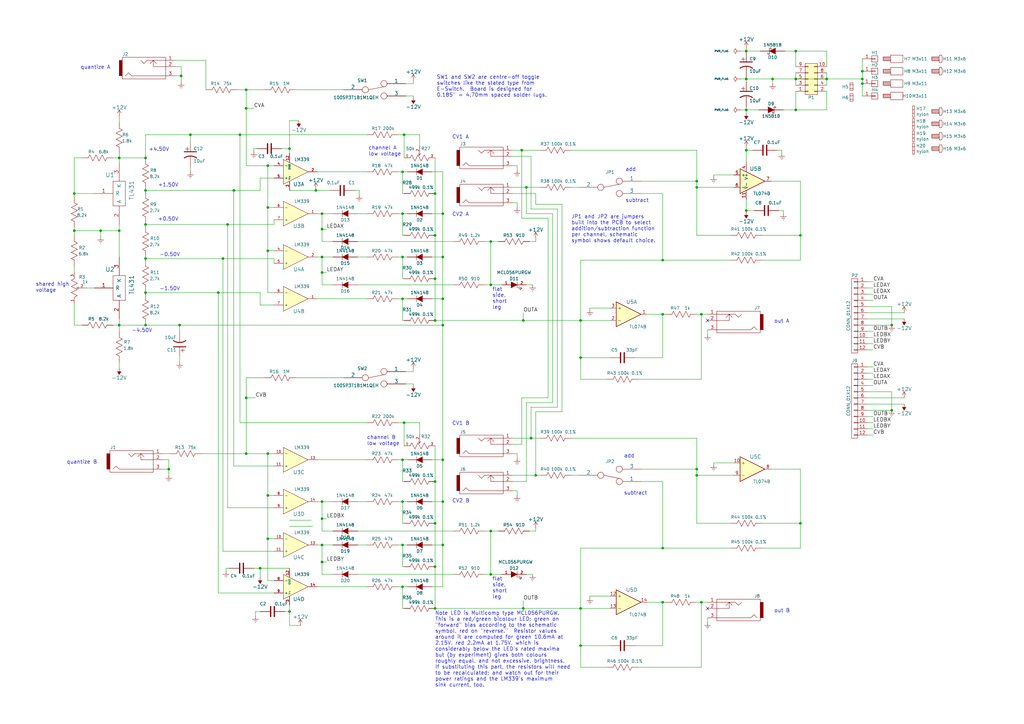
<source format=kicad_sch>
(kicad_sch (version 20211123) (generator eeschema)
  (paper "A3")
  (title_block (title "MSK 008 Octave switch") (comment 1 "$Id: octave-switch.kicad_sch 10122 2022-06-03 01:43:44Z mskala $"))
  (junction (at 215.9 76.835))
  (junction (at 165.1 188.595))
  (junction (at 109.855 203.2))
  (junction (at 132.08 205.74))
  (junction (at 59.69 120.015))
  (junction (at 41.275 94.615))
  (junction (at 271.78 224.79))
  (junction (at 181.61 87.63))
  (junction (at 353.695 34.29))
  (junction (at 48.895 64.77))
  (junction (at 178.435 114.3))
  (junction (at 48.895 94.615))
  (junction (at 178.435 197.485))
  (junction (at 59.69 133.35))
  (junction (at 271.78 128.905))
  (junction (at 181.61 205.74))
  (junction (at 201.295 99.06))
  (junction (at 91.44 106.045))
  (junction (at 59.69 78.105))
  (junction (at 95.885 78.105))
  (junction (at 165.1 87.63))
  (junction (at 165.735 173.355))
  (junction (at 219.71 194.945))
  (junction (at 181.61 122.555))
  (junction (at 326.39 20.955))
  (junction (at 100.965 186.055))
  (junction (at 74.295 31.115))
  (junction (at 339.09 32.385))
  (junction (at 132.08 87.63))
  (junction (at 287.655 128.905))
  (junction (at 100.965 163.195))
  (junction (at 285.75 194.945))
  (junction (at 69.215 192.405))
  (junction (at 165.735 55.245))
  (junction (at 132.08 93.98))
  (junction (at 109.855 67.945))
  (junction (at 165.1 205.74))
  (junction (at 201.295 116.84))
  (junction (at 118.745 60.96))
  (junction (at 132.08 212.725))
  (junction (at 109.855 186.055))
  (junction (at 181.61 223.52))
  (junction (at 98.425 55.245))
  (junction (at 306.07 45.085))
  (junction (at 353.695 29.21))
  (junction (at 181.61 105.41))
  (junction (at 100.965 44.45))
  (junction (at 326.39 45.085))
  (junction (at 306.07 32.385))
  (junction (at 306.07 61.595))
  (junction (at 326.39 32.385))
  (junction (at 73.66 133.35))
  (junction (at 306.07 86.36))
  (junction (at 238.125 146.685))
  (junction (at 285.75 192.405))
  (junction (at 217.805 179.705))
  (junction (at 178.435 79.375))
  (junction (at 106.68 233.045))
  (junction (at 132.08 223.52))
  (junction (at 78.105 55.245))
  (junction (at 165.1 105.41))
  (junction (at 129.54 78.105))
  (junction (at 238.125 131.445))
  (junction (at 89.535 120.015))
  (junction (at 109.855 220.98))
  (junction (at 214.63 131.445))
  (junction (at 365.76 168.275))
  (junction (at 306.07 20.955))
  (junction (at 271.78 247.015))
  (junction (at 59.69 92.075))
  (junction (at 178.435 214.63))
  (junction (at 328.295 214.63))
  (junction (at 165.1 223.52))
  (junction (at 48.895 133.35))
  (junction (at 100.965 36.83))
  (junction (at 214.63 249.555))
  (junction (at 316.865 32.385))
  (junction (at 178.435 131.445))
  (junction (at 201.295 217.805))
  (junction (at 178.435 232.41))
  (junction (at 59.69 64.77))
  (junction (at 287.655 247.015))
  (junction (at 118.745 250.825))
  (junction (at 165.1 240.665))
  (junction (at 109.855 102.87))
  (junction (at 328.295 96.52))
  (junction (at 165.1 122.555))
  (junction (at 132.08 230.505))
  (junction (at 132.08 105.41))
  (junction (at 30.48 94.615))
  (junction (at 213.995 61.595))
  (junction (at 181.61 188.595))
  (junction (at 30.48 79.375))
  (junction (at 109.855 85.09))
  (junction (at 165.1 70.485))
  (junction (at 59.69 106.045))
  (junction (at 178.435 249.555))
  (junction (at 285.75 76.835))
  (junction (at 238.125 264.795))
  (junction (at 132.08 111.76))
  (junction (at 93.345 92.075))
  (junction (at 181.61 133.35))
  (junction (at 365.76 133.35))
  (junction (at 271.78 106.68))
  (junction (at 238.125 249.555))
  (junction (at 353.695 32.385))
  (junction (at 178.435 96.52))
  (junction (at 285.75 74.295))
  (junction (at 201.295 235.585))
  (no_connect (at 290.195 131.445))
  (no_connect (at 290.195 249.555))
  (wire (pts (xy 321.31 45.085) (xy 326.39 45.085)))
  (wire (pts (xy 48.895 62.865) (xy 48.895 64.77)))
  (wire (pts (xy 328.295 106.68) (xy 312.42 106.68)))
  (wire (pts (xy 59.69 133.35) (xy 48.895 133.35)))
  (wire (pts (xy 210.185 201.295) (xy 212.09 201.295)))
  (wire (pts (xy 210.185 83.185) (xy 212.09 83.185)))
  (wire (pts (xy 290.195 253.365) (xy 290.195 255.27)))
  (wire (pts (xy 365.76 125.73) (xy 355.6 125.73)))
  (wire (pts (xy 285.75 96.52) (xy 299.72 96.52)))
  (wire (pts (xy 306.07 31.75) (xy 306.07 32.385)))
  (wire (pts (xy 178.435 232.41) (xy 178.435 249.555)))
  (wire (pts (xy 217.805 179.705) (xy 217.805 167.005)))
  (wire (pts (xy 30.48 79.375) (xy 30.48 80.645)))
  (wire (pts (xy 181.61 70.485) (xy 181.61 87.63)))
  (wire (pts (xy 214.63 128.27) (xy 214.63 131.445)))
  (wire (pts (xy 316.865 32.385) (xy 306.07 32.385)))
  (wire (pts (xy 132.08 93.98) (xy 132.08 99.06)))
  (wire (pts (xy 109.855 85.09) (xy 112.395 85.09)))
  (wire (pts (xy 41.275 97.155) (xy 41.275 94.615)))
  (wire (pts (xy 271.78 146.685) (xy 271.78 128.905)))
  (wire (pts (xy 228.6 167.005) (xy 228.6 85.725)))
  (wire (pts (xy 165.1 188.595) (xy 167.005 188.595)))
  (wire (pts (xy 215.9 76.835) (xy 221.615 76.835)))
  (wire (pts (xy 132.08 99.06) (xy 136.525 99.06)))
  (wire (pts (xy 165.1 197.485) (xy 165.1 188.595)))
  (wire (pts (xy 271.78 224.79) (xy 299.72 224.79)))
  (wire (pts (xy 214.63 131.445) (xy 238.125 131.445)))
  (wire (pts (xy 118.745 213.36) (xy 127.635 213.36)))
  (wire (pts (xy 214.63 246.38) (xy 214.63 249.555)))
  (wire (pts (xy 238.125 146.685) (xy 238.125 155.575)))
  (wire (pts (xy 98.425 55.245) (xy 98.425 173.355)))
  (wire (pts (xy 146.685 205.74) (xy 150.495 205.74)))
  (wire (pts (xy 353.695 32.385) (xy 339.09 32.385)))
  (wire (pts (xy 178.435 214.63) (xy 178.435 232.41)))
  (wire (pts (xy 109.855 85.09) (xy 109.855 102.87)))
  (wire (pts (xy 262.89 192.405) (xy 285.75 192.405)))
  (wire (pts (xy 165.1 114.3) (xy 165.1 105.41)))
  (wire (pts (xy 215.9 165.1) (xy 215.9 197.485)))
  (wire (pts (xy 165.735 182.88) (xy 165.735 173.355)))
  (wire (pts (xy 115.57 60.96) (xy 118.745 60.96)))
  (wire (pts (xy 172.085 55.245) (xy 172.085 59.69)))
  (wire (pts (xy 303.53 20.955) (xy 306.07 20.955)))
  (wire (pts (xy 133.985 93.98) (xy 132.08 93.98)))
  (wire (pts (xy 260.35 146.685) (xy 271.78 146.685)))
  (wire (pts (xy 309.245 86.36) (xy 306.07 86.36)))
  (wire (pts (xy 238.125 106.68) (xy 271.78 106.68)))
  (wire (pts (xy 213.995 89.535) (xy 224.79 89.535)))
  (wire (pts (xy 215.9 116.84) (xy 218.44 116.84)))
  (wire (pts (xy 59.69 92.075) (xy 59.69 92.71)))
  (wire (pts (xy 287.655 273.685) (xy 287.655 247.015)))
  (wire (pts (xy 316.865 34.29) (xy 316.865 32.385)))
  (wire (pts (xy 210.185 79.375) (xy 219.71 79.375)))
  (wire (pts (xy 217.805 167.005) (xy 228.6 167.005)))
  (wire (pts (xy 132.08 230.505) (xy 132.08 235.585)))
  (wire (pts (xy 59.69 106.045) (xy 91.44 106.045)))
  (wire (pts (xy 238.125 273.685) (xy 248.92 273.685)))
  (wire (pts (xy 212.09 67.945) (xy 212.09 69.85)))
  (wire (pts (xy 212.09 83.185) (xy 212.09 85.09)))
  (wire (pts (xy 271.78 197.485) (xy 271.78 224.79)))
  (wire (pts (xy 355.6 115.57) (xy 358.14 115.57)))
  (wire (pts (xy 97.155 36.83) (xy 100.965 36.83)))
  (wire (pts (xy 163.195 173.355) (xy 165.735 173.355)))
  (wire (pts (xy 35.56 118.11) (xy 38.735 118.11)))
  (wire (pts (xy 104.14 60.96) (xy 105.41 60.96)))
  (wire (pts (xy 132.08 111.76) (xy 132.08 116.84)))
  (wire (pts (xy 100.965 186.055) (xy 109.855 186.055)))
  (wire (pts (xy 355.6 123.19) (xy 358.14 123.19)))
  (wire (pts (xy 201.295 116.84) (xy 205.74 116.84)))
  (wire (pts (xy 186.055 235.585) (xy 146.685 235.585)))
  (wire (pts (xy 30.48 124.46) (xy 30.48 133.35)))
  (wire (pts (xy 178.435 79.375) (xy 178.435 96.52)))
  (wire (pts (xy 198.755 235.585) (xy 201.295 235.585)))
  (wire (pts (xy 104.775 250.825) (xy 106.68 250.825)))
  (wire (pts (xy 106.68 233.045) (xy 118.745 233.045)))
  (wire (pts (xy 212.09 201.295) (xy 212.09 203.2)))
  (wire (pts (xy 237.49 194.945) (xy 234.315 194.945)))
  (wire (pts (xy 163.195 205.74) (xy 165.1 205.74)))
  (wire (pts (xy 130.175 188.595) (xy 150.495 188.595)))
  (wire (pts (xy 201.295 99.06) (xy 204.47 99.06)))
  (wire (pts (xy 321.31 86.36) (xy 321.31 87.63)))
  (wire (pts (xy 181.61 223.52) (xy 181.61 240.665)))
  (wire (pts (xy 104.775 252.73) (xy 104.775 250.825)))
  (wire (pts (xy 178.435 249.555) (xy 214.63 249.555)))
  (wire (pts (xy 260.35 264.795) (xy 271.78 264.795)))
  (wire (pts (xy 339.09 29.845) (xy 339.09 32.385)))
  (wire (pts (xy 106.68 125.095) (xy 112.395 125.095)))
  (wire (pts (xy 285.75 194.945) (xy 300.99 194.945)))
  (wire (pts (xy 355.6 143.51) (xy 358.14 143.51)))
  (wire (pts (xy 262.89 197.485) (xy 271.78 197.485)))
  (wire (pts (xy 100.965 44.45) (xy 100.965 67.945)))
  (wire (pts (xy 285.75 76.835) (xy 285.75 96.52)))
  (wire (pts (xy 106.68 120.015) (xy 106.68 125.095)))
  (wire (pts (xy 30.48 94.615) (xy 30.48 96.52)))
  (wire (pts (xy 210.185 179.705) (xy 217.805 179.705)))
  (wire (pts (xy 165.1 87.63) (xy 167.005 87.63)))
  (wire (pts (xy 118.745 256.54) (xy 123.19 256.54)))
  (wire (pts (xy 132.08 111.76) (xy 133.985 111.76)))
  (wire (pts (xy 109.855 220.98) (xy 112.395 220.98)))
  (wire (pts (xy 100.965 36.83) (xy 100.965 44.45)))
  (wire (pts (xy 285.75 61.595) (xy 285.75 74.295)))
  (wire (pts (xy 320.675 61.595) (xy 320.675 62.865)))
  (wire (pts (xy 238.125 224.79) (xy 271.78 224.79)))
  (wire (pts (xy 285.75 247.015) (xy 287.655 247.015)))
  (wire (pts (xy 306.07 32.385) (xy 303.53 32.385)))
  (wire (pts (xy 339.09 32.385) (xy 339.09 34.925)))
  (wire (pts (xy 118.745 60.96) (xy 118.745 62.865)))
  (wire (pts (xy 69.215 188.595) (xy 69.215 192.405)))
  (wire (pts (xy 98.425 55.245) (xy 150.495 55.245)))
  (wire (pts (xy 306.07 20.955) (xy 306.07 21.59)))
  (wire (pts (xy 328.295 224.79) (xy 312.42 224.79)))
  (wire (pts (xy 59.69 120.015) (xy 89.535 120.015)))
  (wire (pts (xy 130.175 205.74) (xy 132.08 205.74)))
  (wire (pts (xy 290.195 135.255) (xy 290.195 137.16)))
  (wire (pts (xy 165.1 131.445) (xy 165.1 122.555)))
  (wire (pts (xy 355.6 155.575) (xy 358.14 155.575)))
  (wire (pts (xy 328.295 214.63) (xy 328.295 224.79)))
  (wire (pts (xy 201.295 217.805) (xy 201.295 235.585)))
  (wire (pts (xy 217.805 179.705) (xy 221.615 179.705)))
  (wire (pts (xy 165.1 223.52) (xy 167.005 223.52)))
  (wire (pts (xy 59.69 64.77) (xy 59.69 55.245)))
  (wire (pts (xy 132.08 116.84) (xy 136.525 116.84)))
  (wire (pts (xy 271.78 128.905) (xy 273.05 128.905)))
  (wire (pts (xy 59.69 106.045) (xy 59.69 106.68)))
  (wire (pts (xy 181.61 133.35) (xy 181.61 188.595)))
  (wire (pts (xy 163.195 188.595) (xy 165.1 188.595)))
  (wire (pts (xy 48.895 148.59) (xy 48.895 151.13)))
  (wire (pts (xy 130.175 240.665) (xy 150.495 240.665)))
  (wire (pts (xy 100.965 163.195) (xy 104.775 163.195)))
  (wire (pts (xy 355.6 138.43) (xy 358.14 138.43)))
  (wire (pts (xy 321.945 20.955) (xy 326.39 20.955)))
  (wire (pts (xy 73.66 146.05) (xy 73.66 148.59)))
  (wire (pts (xy 118.745 248.285) (xy 118.745 250.825)))
  (wire (pts (xy 215.9 87.63) (xy 226.695 87.63)))
  (wire (pts (xy 132.08 212.725) (xy 133.985 212.725)))
  (wire (pts (xy 271.78 106.68) (xy 299.72 106.68)))
  (wire (pts (xy 132.08 87.63) (xy 132.08 93.98)))
  (wire (pts (xy 165.1 205.74) (xy 167.005 205.74)))
  (wire (pts (xy 48.895 47.625) (xy 48.895 50.165)))
  (wire (pts (xy 339.09 45.085) (xy 339.09 37.465)))
  (wire (pts (xy 365.76 168.275) (xy 365.76 160.655)))
  (wire (pts (xy 355.6 130.81) (xy 370.84 130.81)))
  (wire (pts (xy 306.07 81.915) (xy 306.07 86.36)))
  (wire (pts (xy 147.32 80.01) (xy 147.32 78.105)))
  (wire (pts (xy 165.735 55.245) (xy 172.085 55.245)))
  (wire (pts (xy 130.175 223.52) (xy 132.08 223.52)))
  (wire (pts (xy 59.69 105.41) (xy 59.69 106.045)))
  (wire (pts (xy 59.69 77.47) (xy 59.69 78.105)))
  (wire (pts (xy 238.125 106.68) (xy 238.125 131.445)))
  (wire (pts (xy 46.355 64.77) (xy 48.895 64.77)))
  (wire (pts (xy 109.855 67.945) (xy 112.395 67.945)))
  (wire (pts (xy 172.085 173.355) (xy 172.085 177.8)))
  (wire (pts (xy 285.75 192.405) (xy 285.75 194.945)))
  (wire (pts (xy 78.105 55.245) (xy 98.425 55.245)))
  (wire (pts (xy 130.175 70.485) (xy 150.495 70.485)))
  (wire (pts (xy 238.125 146.685) (xy 250.19 146.685)))
  (wire (pts (xy 319.405 86.36) (xy 321.31 86.36)))
  (wire (pts (xy 165.1 122.555) (xy 167.005 122.555)))
  (wire (pts (xy 181.61 188.595) (xy 177.165 188.595)))
  (wire (pts (xy 100.965 154.94) (xy 100.965 163.195)))
  (wire (pts (xy 33.655 64.77) (xy 30.48 64.77)))
  (wire (pts (xy 306.07 61.595) (xy 306.07 66.675)))
  (wire (pts (xy 165.735 114.3) (xy 165.1 114.3)))
  (wire (pts (xy 287.655 155.575) (xy 287.655 128.905)))
  (wire (pts (xy 198.755 99.06) (xy 201.295 99.06)))
  (wire (pts (xy 92.71 234.315) (xy 92.71 233.045)))
  (wire (pts (xy 271.78 247.015) (xy 273.05 247.015)))
  (wire (pts (xy 306.07 60.325) (xy 306.07 61.595)))
  (wire (pts (xy 306.07 86.36) (xy 306.07 86.995)))
  (wire (pts (xy 306.07 45.085) (xy 311.15 45.085)))
  (wire (pts (xy 177.165 223.52) (xy 181.61 223.52)))
  (wire (pts (xy 292.735 72.39) (xy 292.735 71.755)))
  (wire (pts (xy 48.895 94.615) (xy 48.895 105.41)))
  (wire (pts (xy 30.48 94.615) (xy 41.275 94.615)))
  (wire (pts (xy 130.175 122.555) (xy 150.495 122.555)))
  (wire (pts (xy 165.1 214.63) (xy 165.1 205.74)))
  (wire (pts (xy 198.755 116.84) (xy 201.295 116.84)))
  (wire (pts (xy 95.885 78.105) (xy 95.885 191.135)))
  (wire (pts (xy 181.61 70.485) (xy 177.165 70.485)))
  (wire (pts (xy 238.125 131.445) (xy 238.125 146.685)))
  (wire (pts (xy 308.61 61.595) (xy 306.07 61.595)))
  (wire (pts (xy 166.37 157.48) (xy 169.545 157.48)))
  (wire (pts (xy 146.685 223.52) (xy 150.495 223.52)))
  (wire (pts (xy 48.895 133.35) (xy 46.355 133.35)))
  (wire (pts (xy 238.125 224.79) (xy 238.125 249.555)))
  (wire (pts (xy 326.39 37.465) (xy 326.39 45.085)))
  (wire (pts (xy 312.42 96.52) (xy 328.295 96.52)))
  (wire (pts (xy 163.195 105.41) (xy 165.1 105.41)))
  (wire (pts (xy 106.68 78.105) (xy 106.68 73.025)))
  (wire (pts (xy 219.71 217.805) (xy 219.71 216.535)))
  (wire (pts (xy 118.745 49.53) (xy 122.555 49.53)))
  (wire (pts (xy 365.76 133.35) (xy 365.76 125.73)))
  (wire (pts (xy 48.895 64.77) (xy 59.69 64.77)))
  (wire (pts (xy 213.995 61.595) (xy 213.995 89.535)))
  (wire (pts (xy 163.195 87.63) (xy 165.1 87.63)))
  (wire (pts (xy 201.295 235.585) (xy 205.74 235.585)))
  (wire (pts (xy 169.545 34.29) (xy 169.545 33.02)))
  (wire (pts (xy 326.39 32.385) (xy 316.865 32.385)))
  (wire (pts (xy 213.995 61.595) (xy 221.615 61.595)))
  (wire (pts (xy 303.53 45.085) (xy 306.07 45.085)))
  (wire (pts (xy 265.43 247.015) (xy 271.78 247.015)))
  (wire (pts (xy 292.735 190.5) (xy 292.735 189.865)))
  (wire (pts (xy 165.1 249.555) (xy 165.1 240.665)))
  (wire (pts (xy 241.935 126.365) (xy 250.19 126.365)))
  (wire (pts (xy 59.69 78.105) (xy 59.69 78.74)))
  (wire (pts (xy 169.545 152.4) (xy 169.545 151.13)))
  (wire (pts (xy 210.185 186.055) (xy 212.09 186.055)))
  (wire (pts (xy 177.165 87.63) (xy 181.61 87.63)))
  (wire (pts (xy 353.695 29.21) (xy 353.695 32.385)))
  (wire (pts (xy 326.39 32.385) (xy 326.39 34.925)))
  (wire (pts (xy 316.23 192.405) (xy 328.295 192.405)))
  (wire (pts (xy 30.48 109.22) (xy 30.48 111.76)))
  (wire (pts (xy 316.23 74.295) (xy 328.295 74.295)))
  (wire (pts (xy 215.9 76.835) (xy 215.9 87.63)))
  (wire (pts (xy 241.935 244.475) (xy 250.19 244.475)))
  (wire (pts (xy 106.68 233.045) (xy 106.68 236.855)))
  (wire (pts (xy 106.68 73.025) (xy 112.395 73.025)))
  (wire (pts (xy 100.965 163.195) (xy 100.965 186.055)))
  (wire (pts (xy 241.935 245.11) (xy 241.935 244.475)))
  (wire (pts (xy 132.08 212.725) (xy 132.08 217.805)))
  (wire (pts (xy 133.985 230.505) (xy 132.08 230.505)))
  (wire (pts (xy 285.75 194.945) (xy 285.75 214.63)))
  (wire (pts (xy 213.995 163.195) (xy 213.995 182.245)))
  (wire (pts (xy 121.285 154.94) (xy 140.97 154.94)))
  (wire (pts (xy 59.69 119.38) (xy 59.69 120.015)))
  (wire (pts (xy 355.6 133.35) (xy 365.76 133.35)))
  (wire (pts (xy 238.125 249.555) (xy 250.19 249.555)))
  (wire (pts (xy 165.1 79.375) (xy 165.1 70.485)))
  (wire (pts (xy 271.78 264.795) (xy 271.78 247.015)))
  (wire (pts (xy 224.79 163.195) (xy 213.995 163.195)))
  (wire (pts (xy 165.1 240.665) (xy 167.005 240.665)))
  (wire (pts (xy 234.315 61.595) (xy 285.75 61.595)))
  (wire (pts (xy 355.6 168.275) (xy 365.76 168.275)))
  (wire (pts (xy 285.75 179.705) (xy 285.75 192.405)))
  (wire (pts (xy 132.08 105.41) (xy 132.08 111.76)))
  (wire (pts (xy 132.08 205.74) (xy 132.08 212.725)))
  (wire (pts (xy 292.735 189.865) (xy 300.99 189.865)))
  (wire (pts (xy 265.43 128.905) (xy 271.78 128.905)))
  (wire (pts (xy 146.685 99.06) (xy 186.055 99.06)))
  (wire (pts (xy 130.175 87.63) (xy 132.08 87.63)))
  (wire (pts (xy 109.855 186.055) (xy 109.855 203.2)))
  (wire (pts (xy 98.425 173.355) (xy 150.495 173.355)))
  (wire (pts (xy 169.545 39.37) (xy 169.545 40.005)))
  (wire (pts (xy 219.71 99.06) (xy 219.71 97.79)))
  (wire (pts (xy 163.195 240.665) (xy 165.1 240.665)))
  (wire (pts (xy 181.61 133.35) (xy 73.66 133.35)))
  (wire (pts (xy 234.315 76.835) (xy 237.49 76.835)))
  (wire (pts (xy 163.195 223.52) (xy 165.1 223.52)))
  (wire (pts (xy 109.855 102.87) (xy 112.395 102.87)))
  (wire (pts (xy 91.44 106.045) (xy 112.395 106.045)))
  (wire (pts (xy 217.17 217.805) (xy 219.71 217.805)))
  (wire (pts (xy 178.435 182.88) (xy 178.435 197.485)))
  (wire (pts (xy 30.48 93.345) (xy 30.48 94.615)))
  (wire (pts (xy 48.895 64.77) (xy 48.895 66.675)))
  (wire (pts (xy 109.855 203.2) (xy 112.395 203.2)))
  (wire (pts (xy 109.855 67.945) (xy 109.855 85.09)))
  (wire (pts (xy 238.125 264.795) (xy 250.19 264.795)))
  (wire (pts (xy 287.655 247.015) (xy 290.195 247.015)))
  (wire (pts (xy 130.175 105.41) (xy 132.08 105.41)))
  (wire (pts (xy 355.6 178.435) (xy 358.14 178.435)))
  (wire (pts (xy 306.07 32.385) (xy 306.07 33.655)))
  (wire (pts (xy 118.745 250.825) (xy 118.745 256.54)))
  (wire (pts (xy 312.42 214.63) (xy 328.295 214.63)))
  (wire (pts (xy 93.345 92.075) (xy 93.345 208.28)))
  (wire (pts (xy 224.79 89.535) (xy 224.79 163.195)))
  (wire (pts (xy 166.37 34.29) (xy 169.545 34.29)))
  (wire (pts (xy 165.1 96.52) (xy 165.1 87.63)))
  (wire (pts (xy 93.345 208.28) (xy 112.395 208.28)))
  (wire (pts (xy 95.885 191.135) (xy 112.395 191.135)))
  (wire (pts (xy 147.32 78.105) (xy 145.415 78.105)))
  (wire (pts (xy 165.735 64.77) (xy 165.735 55.245)))
  (wire (pts (xy 165.735 232.41) (xy 165.1 232.41)))
  (wire (pts (xy 163.195 70.485) (xy 165.1 70.485)))
  (wire (pts (xy 116.84 250.825) (xy 118.745 250.825)))
  (wire (pts (xy 30.48 79.375) (xy 38.735 79.375)))
  (wire (pts (xy 30.48 133.35) (xy 33.655 133.35)))
  (wire (pts (xy 165.735 173.355) (xy 172.085 173.355)))
  (wire (pts (xy 129.54 78.105) (xy 135.255 78.105)))
  (wire (pts (xy 71.755 27.305) (xy 74.295 27.305)))
  (wire (pts (xy 339.09 20.955) (xy 339.09 27.305)))
  (wire (pts (xy 238.125 131.445) (xy 250.19 131.445)))
  (wire (pts (xy 165.1 232.41) (xy 165.1 223.52)))
  (wire (pts (xy 104.14 233.045) (xy 106.68 233.045)))
  (wire (pts (xy 292.735 71.755) (xy 300.99 71.755)))
  (wire (pts (xy 165.1 105.41) (xy 167.005 105.41)))
  (wire (pts (xy 169.545 157.48) (xy 169.545 158.115)))
  (wire (pts (xy 355.6 128.27) (xy 370.84 128.27)))
  (wire (pts (xy 353.695 32.385) (xy 353.695 34.29)))
  (wire (pts (xy 285.75 128.905) (xy 287.655 128.905)))
  (wire (pts (xy 355.6 158.115) (xy 358.14 158.115)))
  (wire (pts (xy 355.6 118.11) (xy 358.14 118.11)))
  (wire (pts (xy 129.54 78.105) (xy 129.54 77.47)))
  (wire (pts (xy 353.695 24.13) (xy 353.695 29.21)))
  (wire (pts (xy 59.69 78.105) (xy 95.885 78.105)))
  (wire (pts (xy 100.965 44.45) (xy 104.14 44.45)))
  (wire (pts (xy 226.695 165.1) (xy 215.9 165.1)))
  (wire (pts (xy 128.27 215.9) (xy 118.745 215.9)))
  (wire (pts (xy 210.185 61.595) (xy 213.995 61.595)))
  (wire (pts (xy 112.395 92.075) (xy 112.395 90.17)))
  (wire (pts (xy 234.315 179.705) (xy 285.75 179.705)))
  (wire (pts (xy 230.505 83.82) (xy 230.505 168.91)))
  (wire (pts (xy 73.66 135.89) (xy 73.66 133.35)))
  (wire (pts (xy 287.655 128.905) (xy 290.195 128.905)))
  (wire (pts (xy 30.48 64.77) (xy 30.48 79.375)))
  (wire (pts (xy 177.165 122.555) (xy 181.61 122.555)))
  (wire (pts (xy 306.07 45.085) (xy 306.07 46.355)))
  (wire (pts (xy 48.895 133.35) (xy 48.895 135.89)))
  (wire (pts (xy 84.455 24.765) (xy 71.755 24.765)))
  (wire (pts (xy 230.505 168.91) (xy 219.71 168.91)))
  (wire (pts (xy 355.6 170.815) (xy 358.14 170.815)))
  (wire (pts (xy 355.6 173.355) (xy 358.14 173.355)))
  (wire (pts (xy 219.71 194.945) (xy 221.615 194.945)))
  (wire (pts (xy 82.55 186.055) (xy 100.965 186.055)))
  (wire (pts (xy 181.61 122.555) (xy 181.61 133.35)))
  (wire (pts (xy 181.61 87.63) (xy 181.61 105.41)))
  (wire (pts (xy 95.885 78.105) (xy 106.68 78.105)))
  (wire (pts (xy 262.89 74.295) (xy 285.75 74.295)))
  (wire (pts (xy 100.965 67.945) (xy 109.855 67.945)))
  (wire (pts (xy 226.695 87.63) (xy 226.695 165.1)))
  (wire (pts (xy 219.71 83.82) (xy 230.505 83.82)))
  (wire (pts (xy 146.685 116.84) (xy 186.055 116.84)))
  (wire (pts (xy 59.69 120.015) (xy 59.69 120.65)))
  (wire (pts (xy 150.495 87.63) (xy 146.685 87.63)))
  (wire (pts (xy 355.6 135.89) (xy 358.14 135.89)))
  (wire (pts (xy 165.735 197.485) (xy 165.1 197.485)))
  (wire (pts (xy 215.9 235.585) (xy 218.44 235.585)))
  (wire (pts (xy 212.09 186.055) (xy 212.09 187.96)))
  (wire (pts (xy 217.805 85.725) (xy 217.805 64.135)))
  (wire (pts (xy 166.37 39.37) (xy 169.545 39.37)))
  (wire (pts (xy 355.6 175.895) (xy 358.14 175.895)))
  (wire (pts (xy 261.62 155.575) (xy 287.655 155.575)))
  (wire (pts (xy 78.105 68.58) (xy 78.105 70.485)))
  (wire (pts (xy 261.62 273.685) (xy 287.655 273.685)))
  (wire (pts (xy 355.6 120.65) (xy 358.14 120.65)))
  (wire (pts (xy 285.75 76.835) (xy 300.99 76.835)))
  (wire (pts (xy 89.535 243.205) (xy 112.395 243.205)))
  (wire (pts (xy 109.855 120.015) (xy 112.395 120.015)))
  (wire (pts (xy 328.295 74.295) (xy 328.295 96.52)))
  (wire (pts (xy 132.08 223.52) (xy 132.08 230.505)))
  (wire (pts (xy 89.535 243.205) (xy 89.535 120.015)))
  (wire (pts (xy 118.745 49.53) (xy 118.745 60.96)))
  (wire (pts (xy 178.435 197.485) (xy 178.435 214.63)))
  (wire (pts (xy 109.855 203.2) (xy 109.855 220.98)))
  (wire (pts (xy 163.195 55.245) (xy 165.735 55.245)))
  (wire (pts (xy 59.69 92.075) (xy 93.345 92.075)))
  (wire (pts (xy 262.89 79.375) (xy 271.78 79.375)))
  (wire (pts (xy 238.125 249.555) (xy 238.125 264.795)))
  (wire (pts (xy 165.735 131.445) (xy 165.1 131.445)))
  (wire (pts (xy 84.455 36.83) (xy 84.455 24.765)))
  (wire (pts (xy 146.685 105.41) (xy 150.495 105.41)))
  (wire (pts (xy 217.805 64.135) (xy 210.185 64.135)))
  (wire (pts (xy 91.44 106.045) (xy 91.44 226.06)))
  (wire (pts (xy 89.535 120.015) (xy 106.68 120.015)))
  (wire (pts (xy 91.44 226.06) (xy 112.395 226.06)))
  (wire (pts (xy 109.855 238.125) (xy 112.395 238.125)))
  (wire (pts (xy 178.435 131.445) (xy 214.63 131.445)))
  (wire (pts (xy 66.675 192.405) (xy 69.215 192.405)))
  (wire (pts (xy 306.07 43.815) (xy 306.07 45.085)))
  (wire (pts (xy 285.75 74.295) (xy 285.75 76.835)))
  (wire (pts (xy 66.675 188.595) (xy 69.215 188.595)))
  (wire (pts (xy 100.965 154.94) (xy 108.585 154.94)))
  (wire (pts (xy 165.735 79.375) (xy 165.1 79.375)))
  (wire (pts (xy 328.295 96.52) (xy 328.295 106.68)))
  (wire (pts (xy 178.435 64.77) (xy 178.435 79.375)))
  (wire (pts (xy 132.08 235.585) (xy 136.525 235.585)))
  (wire (pts (xy 355.6 140.97) (xy 358.14 140.97)))
  (wire (pts (xy 165.1 70.485) (xy 167.005 70.485)))
  (wire (pts (xy 271.78 79.375) (xy 271.78 106.68)))
  (wire (pts (xy 181.61 205.74) (xy 181.61 223.52)))
  (wire (pts (xy 109.855 102.87) (xy 109.855 120.015)))
  (wire (pts (xy 198.755 217.805) (xy 201.295 217.805)))
  (wire (pts (xy 219.71 79.375) (xy 219.71 83.82)))
  (wire (pts (xy 326.39 45.085) (xy 339.09 45.085)))
  (wire (pts (xy 163.195 122.555) (xy 165.1 122.555)))
  (wire (pts (xy 59.69 91.44) (xy 59.69 92.075)))
  (wire (pts (xy 48.895 92.075) (xy 48.895 94.615)))
  (wire (pts (xy 353.695 34.29) (xy 353.695 39.37)))
  (wire (pts (xy 59.69 55.245) (xy 78.105 55.245)))
  (wire (pts (xy 71.755 31.115) (xy 74.295 31.115)))
  (wire (pts (xy 73.66 133.35) (xy 59.69 133.35)))
  (wire (pts (xy 177.165 105.41) (xy 181.61 105.41)))
  (wire (pts (xy 74.295 27.305) (xy 74.295 31.115)))
  (wire (pts (xy 285.75 214.63) (xy 299.72 214.63)))
  (wire (pts (xy 306.07 20.955) (xy 311.785 20.955)))
  (wire (pts (xy 132.08 217.805) (xy 136.525 217.805)))
  (wire (pts (xy 132.08 105.41) (xy 136.525 105.41)))
  (wire (pts (xy 165.735 96.52) (xy 165.1 96.52)))
  (wire (pts (xy 306.07 19.685) (xy 306.07 20.955)))
  (wire (pts (xy 109.855 220.98) (xy 109.855 238.125)))
  (wire (pts (xy 112.395 106.045) (xy 112.395 107.95)))
  (wire (pts (xy 355.6 153.035) (xy 358.14 153.035)))
  (wire (pts (xy 238.125 155.575) (xy 248.92 155.575)))
  (wire (pts (xy 326.39 20.955) (xy 326.39 27.305)))
  (wire (pts (xy 201.295 217.805) (xy 204.47 217.805)))
  (wire (pts (xy 132.08 87.63) (xy 136.525 87.63)))
  (wire (pts (xy 339.09 32.385) (xy 326.39 32.385)))
  (wire (pts (xy 355.6 150.495) (xy 358.14 150.495)))
  (wire (pts (xy 210.185 67.945) (xy 212.09 67.945)))
  (wire (pts (xy 219.71 168.91) (xy 219.71 194.945)))
  (wire (pts (xy 215.9 197.485) (xy 210.185 197.485)))
  (wire (pts (xy 92.71 233.045) (xy 93.98 233.045)))
  (wire (pts (xy 93.345 92.075) (xy 112.395 92.075)))
  (wire (pts (xy 78.105 55.245) (xy 78.105 58.42)))
  (wire (pts (xy 328.295 192.405) (xy 328.295 214.63)))
  (wire (pts (xy 365.76 160.655) (xy 355.6 160.655)))
  (wire (pts (xy 326.39 20.955) (xy 339.09 20.955)))
  (wire (pts (xy 41.275 94.615) (xy 48.895 94.615)))
  (wire (pts (xy 165.735 214.63) (xy 165.1 214.63)))
  (wire (pts (xy 132.08 205.74) (xy 136.525 205.74)))
  (wire (pts (xy 48.895 130.81) (xy 48.895 133.35)))
  (wire (pts (xy 100.965 36.83) (xy 108.585 36.83)))
  (wire (pts (xy 74.295 31.115) (xy 74.295 33.655)))
  (wire (pts (xy 118.745 78.105) (xy 129.54 78.105)))
  (wire (pts (xy 213.995 182.245) (xy 210.185 182.245)))
  (wire (pts (xy 210.185 76.835) (xy 215.9 76.835)))
  (wire (pts (xy 186.055 217.805) (xy 146.685 217.805)))
  (wire (pts (xy 178.435 114.3) (xy 178.435 131.445)))
  (wire (pts (xy 181.61 240.665) (xy 177.165 240.665)))
  (wire (pts (xy 178.435 96.52) (xy 178.435 114.3)))
  (wire (pts (xy 241.935 127) (xy 241.935 126.365)))
  (wire (pts (xy 201.295 99.06) (xy 201.295 116.84)))
  (wire (pts (xy 165.735 249.555) (xy 165.1 249.555)))
  (wire (pts (xy 69.215 192.405) (xy 69.215 194.945)))
  (wire (pts (xy 177.165 205.74) (xy 181.61 205.74)))
  (wire (pts (xy 355.6 165.735) (xy 370.84 165.735)))
  (wire (pts (xy 318.77 61.595) (xy 320.675 61.595)))
  (wire (pts (xy 181.61 188.595) (xy 181.61 205.74)))
  (wire (pts (xy 104.14 62.23) (xy 104.14 60.96)))
  (wire (pts (xy 210.185 194.945) (xy 219.71 194.945)))
  (wire (pts (xy 217.17 99.06) (xy 219.71 99.06)))
  (wire (pts (xy 109.855 186.055) (xy 112.395 186.055)))
  (wire (pts (xy 214.63 249.555) (xy 238.125 249.555)))
  (wire (pts (xy 238.125 264.795) (xy 238.125 273.685)))
  (wire (pts (xy 355.6 163.195) (xy 370.84 163.195)))
  (wire (pts (xy 228.6 85.725) (xy 217.805 85.725)))
  (wire (pts (xy 166.37 152.4) (xy 169.545 152.4)))
  (wire (pts (xy 326.39 29.845) (xy 326.39 32.385)))
  (wire (pts (xy 132.08 223.52) (xy 136.525 223.52)))
  (wire (pts (xy 181.61 105.41) (xy 181.61 122.555)))
  (wire (pts (xy 66.675 186.055) (xy 69.85 186.055)))
  (wire (pts (xy 121.285 36.83) (xy 140.97 36.83)))
  (text "SW1 and SW2 are centre-off toggle\nswitches like the stated type from\nE-Switch.  Board is designed for\n0.185\" = 4.70mm spaced solder lugs." (at 179.07 40.005 0) (effects (font (size 1.524 1.524)) (justify left bottom)))
  (text "CV2 B" (at 185.42 206.375 0) (effects (font (size 1.524 1.524)) (justify left bottom)))
  (text "flat\nside,\nshort\nleg" (at 201.93 127 0) (effects (font (size 1.524 1.524)) (justify left bottom)))
  (text "subtract" (at 255.905 203.2 0) (effects (font (size 1.524 1.524)) (justify left bottom)))
  (text "shared high\nvoltage" (at 14.605 120.015 0) (effects (font (size 1.524 1.524)) (justify left bottom)))
  (text "channel B\nlow voltage" (at 150.495 182.88 0) (effects (font (size 1.524 1.524)) (justify left bottom)))
  (text "quantize A" (at 33.02 28.575 0) (effects (font (size 1.524 1.524)) (justify left bottom)))
  (text "-4.50V" (at 53.975 136.525 0) (effects (font (size 1.524 1.524)) (justify left bottom)))
  (text "add" (at 256.54 70.485 0) (effects (font (size 1.524 1.524)) (justify left bottom)))
  (text "-0.50V" (at 65.405 105.41 0) (effects (font (size 1.524 1.524)) (justify left bottom)))
  (text "out B" (at 317.5 251.46 0) (effects (font (size 1.524 1.524)) (justify left bottom)))
  (text "CV1 A" (at 185.42 57.15 0) (effects (font (size 1.524 1.524)) (justify left bottom)))
  (text "CV2 A" (at 185.42 88.9 0) (effects (font (size 1.524 1.524)) (justify left bottom)))
  (text "+1.50V" (at 64.77 76.835 0) (effects (font (size 1.524 1.524)) (justify left bottom)))
  (text "quantize B" (at 27.305 190.5 0) (effects (font (size 1.524 1.524)) (justify left bottom)))
  (text "out A" (at 317.5 132.715 0) (effects (font (size 1.524 1.524)) (justify left bottom)))
  (text "-1.50V" (at 65.405 119.38 0) (effects (font (size 1.524 1.524)) (justify left bottom)))
  (text "add" (at 255.905 187.96 0) (effects (font (size 1.524 1.524)) (justify left bottom)))
  (text "+0.50V" (at 64.77 90.805 0) (effects (font (size 1.524 1.524)) (justify left bottom)))
  (text "Note LED is Multicomp type MCL056PURGW.\nThis is a red/green bicolour LED; green on\n\"forward\" bias according to the schematic\nsymbol, red on \"reverse.\"  Resistor values\naround it are computed for green 10.6mA at\n2.15V, red 2.2mA at 1.75V, which is\nconsiderably below the LED's rated maxima\nbut (by experiment) gives both colours\nroughly equal, and not excessive, brightness.\nIf substituting this part, the resistors will need\nto be recalculated; and watch out for their\npower ratings and the LM339's maximum\nsink current, too." (at 178.435 281.94 0) (effects (font (size 1.524 1.524)) (justify left bottom)))
  (text "subtract" (at 256.54 83.185 0) (effects (font (size 1.524 1.524)) (justify left bottom)))
  (text "CV1 B" (at 185.42 174.625 0) (effects (font (size 1.524 1.524)) (justify left bottom)))
  (text "+4.50V" (at 60.96 62.23 0) (effects (font (size 1.524 1.524)) (justify left bottom)))
  (text "JP1 and JP2 are jumpers\nbuilt into the PCB to select\naddition/subtraction function\nper channel, schematic\nsymbol shows default choice." (at 234.315 99.695 0) (effects (font (size 1.524 1.524)) (justify left bottom)))
  (text "channel A\nlow voltage" (at 151.13 64.135 0) (effects (font (size 1.524 1.524)) (justify left bottom)))
  (text "flat\nside,\nshort\nleg" (at 201.93 245.745 0) (effects (font (size 1.524 1.524)) (justify left bottom)))
  (label "OUTA" (at 358.14 158.115 0) (effects (font (size 1.524 1.524))))
  (label "CVB" (at 358.14 143.51 0) (effects (font (size 1.524 1.524))))
  (label "LEDBX" (at 358.14 138.43 0) (effects (font (size 1.524 1.524))))
  (label "LEDAY" (at 133.985 111.76 0) (effects (font (size 1.524 1.524))))
  (label "CVB" (at 104.775 163.195 0) (effects (font (size 1.524 1.524))))
  (label "OUTA" (at 214.63 128.27 0) (effects (font (size 1.524 1.524))))
  (label "CVA" (at 358.14 150.495 0) (effects (font (size 1.524 1.524))))
  (label "CVB" (at 358.14 178.435 0) (effects (font (size 1.524 1.524))))
  (label "LEDAX" (at 358.14 120.65 0) (effects (font (size 1.524 1.524))))
  (label "OUTB" (at 358.14 170.815 0) (effects (font (size 1.524 1.524))))
  (label "LEDBX" (at 358.14 173.355 0) (effects (font (size 1.524 1.524))))
  (label "CVA" (at 104.14 44.45 0) (effects (font (size 1.524 1.524))))
  (label "LEDAX" (at 133.985 93.98 0) (effects (font (size 1.524 1.524))))
  (label "LEDAX" (at 358.14 155.575 0) (effects (font (size 1.524 1.524))))
  (label "LEDBY" (at 358.14 140.97 0) (effects (font (size 1.524 1.524))))
  (label "OUTB" (at 214.63 246.38 0) (effects (font (size 1.524 1.524))))
  (label "LEDAY" (at 358.14 118.11 0) (effects (font (size 1.524 1.524))))
  (label "LEDBX" (at 133.985 212.725 0) (effects (font (size 1.524 1.524))))
  (label "CVA" (at 358.14 115.57 0) (effects (font (size 1.524 1.524))))
  (label "OUTB" (at 358.14 135.89 0) (effects (font (size 1.524 1.524))))
  (label "LEDBY" (at 358.14 175.895 0) (effects (font (size 1.524 1.524))))
  (label "OUTA" (at 358.14 123.19 0) (effects (font (size 1.524 1.524))))
  (label "LEDAY" (at 358.14 153.035 0) (effects (font (size 1.524 1.524))))
  (label "LEDBY" (at 133.985 230.505 0) (effects (font (size 1.524 1.524))))
  (symbol (lib_id "mskala:LM339_v6") (at 121.285 70.485 0) (mirror x) (unit 1)
    (property "Reference" "U3" (at 122.555 75.565 0) (effects (font (size 1.524 1.524))))
    (property "Value" "LM339" (at 123.825 65.405 0))
    (property "Footprint" "mskala:DIP14msk" (effects hide))
  )
  (symbol (lib_id "mskala:DIODE") (at 172.085 70.485 180) (unit 1)
    (property "Reference" "D1" (at 172.085 73.025 0))
    (property "Value" "1N4148" (at 172.085 67.945 0))
    (property "Footprint" "mskala:DO35_3msk" (effects hide))
  )
  (symbol (lib_id "mskala:RUS") (at 156.845 70.485 0) (unit 1)
    (property "Reference" "R18" (at 154.305 67.945 0))
    (property "Value" "47k" (at 159.385 67.945 0))
    (property "Footprint" "mskala:R35valmsk" (effects hide))
  )
  (symbol (lib_id "mskala:RUS") (at 172.085 79.375 0) (unit 1)
    (property "Reference" "R28" (at 167.005 74.93 0))
    (property "Value" "499k 0.1%" (at 172.72 76.835 0))
    (property "Footprint" "mskala:R35valmsk" (effects hide))
  )
  (symbol (lib_id "mskala:LM339_v6") (at 121.285 87.63 0) (mirror x) (unit 2)
    (property "Reference" "U3" (at 122.555 92.71 0) (effects (font (size 1.524 1.524))))
    (property "Value" "LM339" (at 123.825 82.55 0))
    (property "Footprint" "mskala:DIP14msk" (effects hide))
  )
  (symbol (lib_id "mskala:DIODE") (at 172.085 87.63 180) (unit 1)
    (property "Reference" "D2" (at 172.085 90.17 0))
    (property "Value" "1N4148" (at 172.085 85.09 0))
    (property "Footprint" "mskala:DO35_3msk" (effects hide))
  )
  (symbol (lib_id "mskala:RUS") (at 156.845 87.63 0) (unit 1)
    (property "Reference" "R19" (at 154.305 85.09 0))
    (property "Value" "47k" (at 159.385 85.09 0))
    (property "Footprint" "mskala:R35valmsk" (effects hide))
  )
  (symbol (lib_id "mskala:RUS") (at 172.085 96.52 0) (unit 1)
    (property "Reference" "R29" (at 167.005 92.075 0))
    (property "Value" "499k 0.1%" (at 172.72 93.98 0))
    (property "Footprint" "mskala:R35valmsk" (effects hide))
  )
  (symbol (lib_id "mskala:LM339_v6") (at 121.285 105.41 0) (mirror x) (unit 1)
    (property "Reference" "U4" (at 122.555 110.49 0) (effects (font (size 1.524 1.524))))
    (property "Value" "LM339" (at 123.825 100.33 0))
    (property "Footprint" "mskala:DIP14msk" (effects hide))
  )
  (symbol (lib_id "mskala:DIODE") (at 172.085 105.41 180) (unit 1)
    (property "Reference" "D3" (at 172.085 107.95 0))
    (property "Value" "1N4148" (at 172.085 102.87 0))
    (property "Footprint" "mskala:DO35_3msk" (effects hide))
  )
  (symbol (lib_id "mskala:RUS") (at 156.845 105.41 0) (unit 1)
    (property "Reference" "R20" (at 154.305 102.87 0))
    (property "Value" "47k" (at 159.385 102.87 0))
    (property "Footprint" "mskala:R35valmsk" (effects hide))
  )
  (symbol (lib_id "mskala:LM339_v6") (at 121.285 122.555 0) (mirror x) (unit 2)
    (property "Reference" "U4" (at 122.555 127.635 0) (effects (font (size 1.524 1.524))))
    (property "Value" "LM339" (at 123.825 117.475 0))
    (property "Footprint" "mskala:DIP14msk" (effects hide))
  )
  (symbol (lib_id "mskala:DIODE") (at 172.085 122.555 180) (unit 1)
    (property "Reference" "D4" (at 172.085 125.095 0))
    (property "Value" "1N4148" (at 172.085 120.015 0))
    (property "Footprint" "mskala:DO35_3msk" (effects hide))
  )
  (symbol (lib_id "mskala:RUS") (at 156.845 122.555 0) (unit 1)
    (property "Reference" "R21" (at 154.305 120.015 0))
    (property "Value" "47k" (at 159.385 120.015 0))
    (property "Footprint" "mskala:R35valmsk" (effects hide))
  )
  (symbol (lib_id "mskala:TL431_TO92") (at 48.895 79.375 0) (mirror y) (unit 1)
    (property "Reference" "U1" (at 45.085 71.755 0) (effects (font (size 1.778 1.778))))
    (property "Value" "TL431" (at 53.975 78.105 90) (effects (font (size 1.778 1.778))))
    (property "Footprint" "mskala:TO92msk" (effects hide))
  )
  (symbol (lib_id "mskala:TL431_TO92") (at 48.895 118.11 0) (mirror y) (unit 1)
    (property "Reference" "U2" (at 45.085 110.49 0) (effects (font (size 1.778 1.778))))
    (property "Value" "TL431" (at 53.975 116.84 90) (effects (font (size 1.778 1.778))))
    (property "Footprint" "mskala:TO92msk" (effects hide))
  )
  (symbol (lib_id "mskala:RUS") (at 48.895 56.515 270) (unit 1)
    (property "Reference" "R6" (at 51.435 55.245 90))
    (property "Value" "1.8k" (at 52.07 57.785 90))
    (property "Footprint" "mskala:R35valmsk" (effects hide))
  )
  (symbol (lib_id "mskala:RUS") (at 48.895 142.24 270) (unit 1)
    (property "Reference" "R7" (at 52.07 140.335 90))
    (property "Value" "1.8k" (at 52.705 142.875 90))
    (property "Footprint" "mskala:R35valmsk" (effects hide))
  )
  (symbol (lib_id "mskala:RUS") (at 40.005 64.77 0) (unit 1)
    (property "Reference" "R4" (at 37.465 62.23 0))
    (property "Value" "6.8k" (at 42.545 62.23 0))
    (property "Footprint" "mskala:R35valmsk" (effects hide))
  )
  (symbol (lib_id "mskala:RUS") (at 40.005 133.35 0) (unit 1)
    (property "Reference" "R5" (at 37.465 130.81 0))
    (property "Value" "8.2k" (at 42.545 130.81 0))
    (property "Footprint" "mskala:R35valmsk" (effects hide))
  )
  (symbol (lib_id "mskala:RUS") (at 30.48 86.995 270) (unit 1)
    (property "Reference" "R1" (at 33.02 85.725 90))
    (property "Value" "8.2k" (at 33.655 88.265 90))
    (property "Footprint" "mskala:R35valmsk" (effects hide))
  )
  (symbol (lib_id "mskala:RUS") (at 30.48 102.87 270) (unit 1)
    (property "Reference" "R2" (at 33.655 101.6 90))
    (property "Value" "6.8k" (at 34.29 104.14 90))
    (property "Footprint" "mskala:R35valmsk" (effects hide))
  )
  (symbol (lib_id "mskala:POTUS") (at 30.48 118.11 270) (mirror x) (unit 1)
    (property "Reference" "R3" (at 33.655 113.665 90))
    (property "Value" "1k" (at 34.925 115.57 90))
    (property "Footprint" "mskala:3296Ymsk" (effects hide))
  )
  (symbol (lib_id "mskala:GNDREF") (at 41.275 97.155 0) (unit 1)
    (property "Reference" "#PWR01" (effects hide))
    (property "Value" "GNDREF" (effects hide))
  )
  (symbol (lib_id "mskala:+12V") (at 48.895 47.625 0) (unit 1)
    (property "Reference" "#PWR02" (effects hide))
    (property "Value" "+12V" (at 48.895 44.069 0) (effects (font (size 1.524 1.524))))
  )
  (symbol (lib_id "mskala:-12V") (at 48.895 151.13 180) (unit 1)
    (property "Reference" "#PWR03" (effects hide))
    (property "Value" "-12V" (at 48.895 154.94 0) (effects (font (size 1.524 1.524))))
  )
  (symbol (lib_id "mskala:RUS") (at 59.69 71.12 270) (unit 1)
    (property "Reference" "R8" (at 62.865 69.85 90))
    (property "Value" "8.2k" (at 63.5 72.39 90))
    (property "Footprint" "mskala:R35valmsk" (effects hide))
  )
  (symbol (lib_id "mskala:RUS") (at 59.69 85.09 270) (unit 1)
    (property "Reference" "R9" (at 62.865 83.82 90))
    (property "Value" "2.7k" (at 63.5 86.36 90))
    (property "Footprint" "mskala:R35valmsk" (effects hide))
  )
  (symbol (lib_id "mskala:RUS") (at 59.69 99.06 270) (unit 1)
    (property "Reference" "R10" (at 63.5 97.79 90))
    (property "Value" "2.7k" (at 63.5 100.33 90))
    (property "Footprint" "mskala:R35valmsk" (effects hide))
  )
  (symbol (lib_id "mskala:RUS") (at 59.69 113.03 270) (unit 1)
    (property "Reference" "R11" (at 63.5 111.76 90))
    (property "Value" "2.7k" (at 63.5 114.3 90))
    (property "Footprint" "mskala:R35valmsk" (effects hide))
  )
  (symbol (lib_id "mskala:RUS") (at 59.69 127 270) (unit 1)
    (property "Reference" "R12" (at 63.5 125.73 90))
    (property "Value" "8.2k" (at 63.5 128.27 90))
    (property "Footprint" "mskala:R35valmsk" (effects hide))
  )
  (symbol (lib_id "mskala:POTUS") (at 172.085 64.77 0) (unit 1)
    (property "Reference" "R27" (at 174.625 60.96 0))
    (property "Value" "50k" (at 168.275 60.96 0))
    (property "Footprint" "mskala:3296Ymsk" (effects hide))
  )
  (symbol (lib_id "mskala:RUS") (at 156.845 55.245 0) (unit 1)
    (property "Reference" "R17" (at 154.305 52.705 0))
    (property "Value" "200k" (at 159.385 52.705 0))
    (property "Footprint" "mskala:R35valmsk" (effects hide))
  )
  (symbol (lib_id "mskala:QuadOpAmp_v6") (at 257.81 128.905 0) (unit 1)
    (property "Reference" "U5" (at 259.08 123.825 0) (effects (font (size 1.524 1.524))))
    (property "Value" "TL074B" (at 261.62 133.985 0))
    (property "Footprint" "mskala:DIP14msk" (effects hide))
  )
  (symbol (lib_id "mskala:RUS") (at 172.085 114.3 0) (unit 1)
    (property "Reference" "R30" (at 167.005 109.855 0))
    (property "Value" "499k 0.1%" (at 172.72 111.76 0))
    (property "Footprint" "mskala:R35valmsk" (effects hide))
  )
  (symbol (lib_id "mskala:RUS") (at 172.085 131.445 0) (unit 1)
    (property "Reference" "R31" (at 167.005 127 0))
    (property "Value" "499k 0.1%" (at 172.72 128.905 0))
    (property "Footprint" "mskala:R35valmsk" (effects hide))
  )
  (symbol (lib_id "mskala:JACK_2P") (at 60.325 27.305 0) (mirror x) (unit 1)
    (property "Reference" "J2" (at 51.435 22.225 0))
    (property "Value" "JACK_2P" (effects hide))
    (property "Footprint" "mskala:mono_jack_slotted" (effects hide))
  )
  (symbol (lib_id "mskala:GNDREF") (at 74.295 33.655 0) (unit 1)
    (property "Reference" "#PWR06" (effects hide))
    (property "Value" "GNDREF" (effects hide))
  )
  (symbol (lib_id "mskala:SWITCH_INV") (at 153.67 36.83 0) (unit 1)
    (property "Reference" "SW1" (at 148.59 33.02 0))
    (property "Value" "100SP3T1B1M1QEH" (at 146.05 40.005 0))
    (property "Footprint" "mskala:ESwitch100SP" (effects hide))
  )
  (symbol (lib_id "mskala:RUS") (at 114.935 36.83 0) (unit 1)
    (property "Reference" "R15" (at 112.395 34.29 0))
    (property "Value" "1M" (at 117.475 34.29 0))
    (property "Footprint" "mskala:R35valmsk" (effects hide))
  )
  (symbol (lib_id "mskala:RUS") (at 90.805 36.83 0) (unit 1)
    (property "Reference" "R14" (at 88.265 34.29 0))
    (property "Value" "75k" (at 93.345 34.29 0))
    (property "Footprint" "mskala:R35valmsk" (effects hide))
  )
  (symbol (lib_id "mskala:JACK_2P") (at 198.755 64.135 0) (mirror x) (unit 1)
    (property "Reference" "J3" (at 189.865 59.055 0))
    (property "Value" "JACK_2P" (effects hide))
    (property "Footprint" "mskala:mono_jack_slotted" (effects hide))
  )
  (symbol (lib_id "mskala:JACK_2P") (at 198.755 79.375 0) (mirror x) (unit 1)
    (property "Reference" "J4" (at 189.865 74.295 0))
    (property "Value" "JACK_2P" (effects hide))
    (property "Footprint" "mskala:mono_jack_slotted" (effects hide))
  )
  (symbol (lib_id "mskala:RUS") (at 227.965 61.595 0) (unit 1)
    (property "Reference" "R37" (at 223.52 59.055 0))
    (property "Value" "100k 0.1%" (at 231.14 59.055 0))
    (property "Footprint" "mskala:R35valmsk" (effects hide))
  )
  (symbol (lib_id "mskala:RUS") (at 227.965 76.835 0) (unit 1)
    (property "Reference" "R38" (at 223.52 74.295 0))
    (property "Value" "100k 0.1%" (at 231.14 74.295 0))
    (property "Footprint" "mskala:R35valmsk" (effects hide))
  )
  (symbol (lib_id "mskala:QuadOpAmp_v6") (at 308.61 74.295 0) (unit 2)
    (property "Reference" "U5" (at 309.88 69.215 0) (effects (font (size 1.524 1.524))))
    (property "Value" "TL074B" (at 312.42 79.375 0))
    (property "Footprint" "mskala:DIP14msk" (effects hide))
  )
  (symbol (lib_id "mskala:RUS") (at 306.07 106.68 0) (unit 1)
    (property "Reference" "R42" (at 301.625 104.14 0))
    (property "Value" "100k 0.1%" (at 309.245 104.14 0))
    (property "Footprint" "mskala:R35valmsk" (effects hide))
  )
  (symbol (lib_id "mskala:RUS") (at 255.27 155.575 0) (unit 1)
    (property "Reference" "R43" (at 250.825 153.035 0))
    (property "Value" "100k 0.1%" (at 258.445 153.035 0))
    (property "Footprint" "mskala:R35valmsk" (effects hide))
  )
  (symbol (lib_id "mskala:RUS") (at 279.4 128.905 0) (unit 1)
    (property "Reference" "R47" (at 276.86 126.365 0))
    (property "Value" "1k" (at 281.94 126.365 0))
    (property "Footprint" "mskala:R35valmsk" (effects hide))
  )
  (symbol (lib_id "mskala:C-old") (at 255.27 146.685 90) (unit 1)
    (property "Reference" "C5" (at 253.365 143.51 90) (effects (justify left)))
    (property "Value" "33pF" (at 261.62 143.51 90) (effects (justify left)))
    (property "Footprint" "mskala:C2msk" (effects hide))
  )
  (symbol (lib_id "mskala:JACK_2P") (at 301.625 131.445 180) (unit 1)
    (property "Reference" "J7" (at 310.515 126.365 0))
    (property "Value" "JACK_2P" (effects hide))
    (property "Footprint" "mskala:mono_jack_slotted" (effects hide))
  )
  (symbol (lib_id "mskala:C-old") (at 140.335 78.105 270) (mirror x) (unit 1)
    (property "Reference" "C1" (at 142.875 74.93 90) (effects (justify left)))
    (property "Value" "0.1uF" (at 133.985 74.93 90) (effects (justify left)))
    (property "Footprint" "mskala:C3msk" (effects hide))
  )
  (symbol (lib_id "mskala:C-old") (at 110.49 60.96 90) (unit 1)
    (property "Reference" "C3" (at 108.585 64.135 90) (effects (justify left)))
    (property "Value" "0.1uF" (at 116.205 64.135 90) (effects (justify left)))
    (property "Footprint" "mskala:C3msk" (effects hide))
  )
  (symbol (lib_id "mskala:GNDREF") (at 104.14 62.23 0) (unit 1)
    (property "Reference" "#PWR08" (effects hide))
    (property "Value" "GNDREF" (effects hide))
  )
  (symbol (lib_id "mskala:GNDREF") (at 147.32 80.01 0) (mirror y) (unit 1)
    (property "Reference" "#PWR010" (effects hide))
    (property "Value" "GNDREF" (effects hide))
  )
  (symbol (lib_id "mskala:-12V") (at 122.555 49.53 180) (unit 1)
    (property "Reference" "#PWR012" (effects hide))
    (property "Value" "-12V" (at 122.555 53.34 0) (effects (font (size 1.524 1.524))))
  )
  (symbol (lib_id "mskala:+12V") (at 129.54 77.47 0) (mirror y) (unit 1)
    (property "Reference" "#PWR013" (effects hide))
    (property "Value" "+12V" (at 129.54 73.914 0) (effects (font (size 1.524 1.524))))
  )
  (symbol (lib_id "mskala:+12V") (at 169.545 33.02 0) (unit 1)
    (property "Reference" "#PWR016" (effects hide))
    (property "Value" "+12V" (at 169.545 29.464 0) (effects (font (size 1.524 1.524))))
  )
  (symbol (lib_id "mskala:-12V") (at 169.545 40.005 180) (unit 1)
    (property "Reference" "#PWR017" (effects hide))
    (property "Value" "-12V" (at 169.545 43.815 0) (effects (font (size 1.524 1.524))))
  )
  (symbol (lib_id "mskala:C-old") (at 313.69 61.595 90) (unit 1)
    (property "Reference" "C7" (at 311.785 58.42 90) (effects (justify left)))
    (property "Value" "0.1uF" (at 320.04 58.42 90) (effects (justify left)))
    (property "Footprint" "mskala:C3msk" (effects hide))
  )
  (symbol (lib_id "mskala:C-old") (at 314.325 86.36 90) (unit 1)
    (property "Reference" "C8" (at 312.42 83.185 90) (effects (justify left)))
    (property "Value" "0.1uF" (at 320.675 83.185 90) (effects (justify left)))
    (property "Footprint" "mskala:C3msk" (effects hide))
  )
  (symbol (lib_id "mskala:GNDREF") (at 320.675 62.865 0) (unit 1)
    (property "Reference" "#PWR041" (effects hide))
    (property "Value" "GNDREF" (effects hide))
  )
  (symbol (lib_id "mskala:GNDREF") (at 321.31 87.63 0) (unit 1)
    (property "Reference" "#PWR042" (effects hide))
    (property "Value" "GNDREF" (effects hide))
  )
  (symbol (lib_id "mskala:RUS") (at 306.07 96.52 0) (unit 1)
    (property "Reference" "R41" (at 301.625 93.98 0))
    (property "Value" "100k 0.1%" (at 309.245 93.98 0))
    (property "Footprint" "mskala:R35valmsk" (effects hide))
  )
  (symbol (lib_id "mskala:-12V") (at 306.07 86.995 180) (unit 1)
    (property "Reference" "#PWR037" (effects hide))
    (property "Value" "-12V" (at 306.07 90.805 0) (effects (font (size 1.524 1.524))))
  )
  (symbol (lib_id "mskala:+12V") (at 306.07 60.325 0) (unit 1)
    (property "Reference" "#PWR036" (effects hide))
    (property "Value" "+12V" (at 306.07 56.769 0) (effects (font (size 1.524 1.524))))
  )
  (symbol (lib_id "mskala:GNDREF") (at 292.735 72.39 0) (unit 1)
    (property "Reference" "#PWR032" (effects hide))
    (property "Value" "GNDREF" (effects hide))
  )
  (symbol (lib_id "mskala:GNDREF") (at 212.09 69.85 0) (unit 1)
    (property "Reference" "#PWR020" (effects hide))
    (property "Value" "GNDREF" (effects hide))
  )
  (symbol (lib_id "mskala:GNDREF") (at 212.09 85.09 0) (unit 1)
    (property "Reference" "#PWR021" (effects hide))
    (property "Value" "GNDREF" (effects hide))
  )
  (symbol (lib_id "mskala:GNDREF") (at 241.935 127 0) (unit 1)
    (property "Reference" "#PWR028" (effects hide))
    (property "Value" "GNDREF" (effects hide))
  )
  (symbol (lib_id "mskala:GNDREF") (at 290.195 137.16 0) (unit 1)
    (property "Reference" "#PWR030" (effects hide))
    (property "Value" "GNDREF" (effects hide))
  )
  (symbol (lib_id "mskala:LM339_v6") (at 121.285 188.595 0) (mirror x) (unit 3)
    (property "Reference" "U3" (at 122.555 193.675 0) (effects (font (size 1.524 1.524))))
    (property "Value" "LM339" (at 123.825 183.515 0))
    (property "Footprint" "mskala:DIP14msk" (effects hide))
  )
  (symbol (lib_id "mskala:DIODE") (at 172.085 188.595 180) (unit 1)
    (property "Reference" "D5" (at 172.085 191.135 0))
    (property "Value" "1N4148" (at 172.085 186.055 0))
    (property "Footprint" "mskala:DO35_3msk" (effects hide))
  )
  (symbol (lib_id "mskala:RUS") (at 156.845 188.595 0) (unit 1)
    (property "Reference" "R23" (at 154.305 186.055 0))
    (property "Value" "47k" (at 159.385 186.055 0))
    (property "Footprint" "mskala:R35valmsk" (effects hide))
  )
  (symbol (lib_id "mskala:RUS") (at 172.085 197.485 0) (unit 1)
    (property "Reference" "R33" (at 167.005 193.04 0))
    (property "Value" "499k 0.1%" (at 172.72 194.945 0))
    (property "Footprint" "mskala:R35valmsk" (effects hide))
  )
  (symbol (lib_id "mskala:LM339_v6") (at 121.285 205.74 0) (mirror x) (unit 4)
    (property "Reference" "U3" (at 122.555 210.82 0) (effects (font (size 1.524 1.524))))
    (property "Value" "LM339" (at 123.825 200.66 0))
    (property "Footprint" "mskala:DIP14msk" (effects hide))
  )
  (symbol (lib_id "mskala:DIODE") (at 172.085 205.74 180) (unit 1)
    (property "Reference" "D6" (at 172.085 208.28 0))
    (property "Value" "1N4148" (at 172.085 203.2 0))
    (property "Footprint" "mskala:DO35_3msk" (effects hide))
  )
  (symbol (lib_id "mskala:RUS") (at 156.845 205.74 0) (unit 1)
    (property "Reference" "R24" (at 154.305 203.2 0))
    (property "Value" "47k" (at 159.385 203.2 0))
    (property "Footprint" "mskala:R35valmsk" (effects hide))
  )
  (symbol (lib_id "mskala:RUS") (at 172.085 214.63 0) (unit 1)
    (property "Reference" "R34" (at 167.005 210.185 0))
    (property "Value" "499k 0.1%" (at 172.72 212.09 0))
    (property "Footprint" "mskala:R35valmsk" (effects hide))
  )
  (symbol (lib_id "mskala:LM339_v6") (at 121.285 223.52 0) (mirror x) (unit 3)
    (property "Reference" "U4" (at 122.555 228.6 0) (effects (font (size 1.524 1.524))))
    (property "Value" "LM339" (at 123.825 218.44 0))
    (property "Footprint" "mskala:DIP14msk" (effects hide))
  )
  (symbol (lib_id "mskala:DIODE") (at 172.085 223.52 180) (unit 1)
    (property "Reference" "D7" (at 172.085 226.06 0))
    (property "Value" "1N4148" (at 172.085 220.98 0))
    (property "Footprint" "mskala:DO35_3msk" (effects hide))
  )
  (symbol (lib_id "mskala:RUS") (at 156.845 223.52 0) (unit 1)
    (property "Reference" "R25" (at 154.305 220.98 0))
    (property "Value" "47k" (at 159.385 220.98 0))
    (property "Footprint" "mskala:R35valmsk" (effects hide))
  )
  (symbol (lib_id "mskala:LM339_v6") (at 121.285 240.665 0) (mirror x) (unit 4)
    (property "Reference" "U4" (at 122.555 245.745 0) (effects (font (size 1.524 1.524))))
    (property "Value" "LM339" (at 123.825 235.585 0))
    (property "Footprint" "mskala:DIP14msk" (effects hide))
  )
  (symbol (lib_id "mskala:DIODE") (at 172.085 240.665 180) (unit 1)
    (property "Reference" "D8" (at 172.085 243.205 0))
    (property "Value" "1N4148" (at 172.085 238.125 0))
    (property "Footprint" "mskala:DO35_3msk" (effects hide))
  )
  (symbol (lib_id "mskala:RUS") (at 156.845 240.665 0) (unit 1)
    (property "Reference" "R26" (at 154.305 238.125 0))
    (property "Value" "47k" (at 159.385 238.125 0))
    (property "Footprint" "mskala:R35valmsk" (effects hide))
  )
  (symbol (lib_id "mskala:POTUS") (at 172.085 182.88 0) (unit 1)
    (property "Reference" "R32" (at 174.625 179.07 0))
    (property "Value" "50k" (at 168.275 179.07 0))
    (property "Footprint" "mskala:3296Ymsk" (effects hide))
  )
  (symbol (lib_id "mskala:RUS") (at 156.845 173.355 0) (unit 1)
    (property "Reference" "R22" (at 154.305 170.815 0))
    (property "Value" "200k" (at 159.385 170.815 0))
    (property "Footprint" "mskala:R35valmsk" (effects hide))
  )
  (symbol (lib_id "mskala:QuadOpAmp_v6") (at 257.81 247.015 0) (unit 4)
    (property "Reference" "U5" (at 259.08 241.935 0) (effects (font (size 1.524 1.524))))
    (property "Value" "TL074B" (at 261.62 252.095 0))
    (property "Footprint" "mskala:DIP14msk" (effects hide))
  )
  (symbol (lib_id "mskala:RUS") (at 172.085 232.41 0) (unit 1)
    (property "Reference" "R35" (at 167.005 227.965 0))
    (property "Value" "499k 0.1%" (at 172.72 229.87 0))
    (property "Footprint" "mskala:R35valmsk" (effects hide))
  )
  (symbol (lib_id "mskala:RUS") (at 172.085 249.555 0) (unit 1)
    (property "Reference" "R36" (at 167.005 245.11 0))
    (property "Value" "499k 0.1%" (at 172.72 247.015 0))
    (property "Footprint" "mskala:R35valmsk" (effects hide))
  )
  (symbol (lib_id "mskala:JACK_2P") (at 55.245 188.595 0) (mirror x) (unit 1)
    (property "Reference" "J1" (at 46.355 183.515 0))
    (property "Value" "JACK_2P" (effects hide))
    (property "Footprint" "mskala:mono_jack_slotted" (effects hide))
  )
  (symbol (lib_id "mskala:GNDREF") (at 69.215 194.945 0) (unit 1)
    (property "Reference" "#PWR04" (effects hide))
    (property "Value" "GNDREF" (effects hide))
  )
  (symbol (lib_id "mskala:SWITCH_INV") (at 153.67 154.94 0) (unit 1)
    (property "Reference" "SW2" (at 148.59 151.13 0))
    (property "Value" "100SP3T1B1M1QEH" (at 146.05 158.115 0))
    (property "Footprint" "mskala:ESwitch100SP" (effects hide))
  )
  (symbol (lib_id "mskala:RUS") (at 114.935 154.94 0) (unit 1)
    (property "Reference" "R16" (at 112.395 152.4 0))
    (property "Value" "1M" (at 117.475 152.4 0))
    (property "Footprint" "mskala:R35valmsk" (effects hide))
  )
  (symbol (lib_id "mskala:RUS") (at 76.2 186.055 0) (unit 1)
    (property "Reference" "R13" (at 73.66 183.515 0))
    (property "Value" "75k" (at 78.74 183.515 0))
    (property "Footprint" "mskala:R35valmsk" (effects hide))
  )
  (symbol (lib_id "mskala:JACK_2P") (at 198.755 182.245 0) (mirror x) (unit 1)
    (property "Reference" "J5" (at 189.865 177.165 0))
    (property "Value" "JACK_2P" (effects hide))
    (property "Footprint" "mskala:mono_jack_slotted" (effects hide))
  )
  (symbol (lib_id "mskala:JACK_2P") (at 198.755 197.485 0) (mirror x) (unit 1)
    (property "Reference" "J6" (at 189.865 192.405 0))
    (property "Value" "JACK_2P" (effects hide))
    (property "Footprint" "mskala:mono_jack_slotted" (effects hide))
  )
  (symbol (lib_id "mskala:RUS") (at 227.965 179.705 0) (unit 1)
    (property "Reference" "R39" (at 223.52 177.165 0))
    (property "Value" "100k 0.1%" (at 231.14 177.165 0))
    (property "Footprint" "mskala:R35valmsk" (effects hide))
  )
  (symbol (lib_id "mskala:RUS") (at 227.965 194.945 0) (unit 1)
    (property "Reference" "R40" (at 223.52 192.405 0))
    (property "Value" "100k 0.1%" (at 231.14 192.405 0))
    (property "Footprint" "mskala:R35valmsk" (effects hide))
  )
  (symbol (lib_id "mskala:QuadOpAmp_v6") (at 308.61 192.405 0) (unit 3)
    (property "Reference" "U5" (at 309.88 187.325 0) (effects (font (size 1.524 1.524))))
    (property "Value" "TL074B" (at 312.42 197.485 0))
    (property "Footprint" "mskala:DIP14msk" (effects hide))
  )
  (symbol (lib_id "mskala:RUS") (at 306.07 224.79 0) (unit 1)
    (property "Reference" "R45" (at 301.625 222.25 0))
    (property "Value" "100k 0.1%" (at 309.245 222.25 0))
    (property "Footprint" "mskala:R35valmsk" (effects hide))
  )
  (symbol (lib_id "mskala:RUS") (at 255.27 273.685 0) (unit 1)
    (property "Reference" "R46" (at 250.825 271.145 0))
    (property "Value" "100k 0.1%" (at 258.445 271.145 0))
    (property "Footprint" "mskala:R35valmsk" (effects hide))
  )
  (symbol (lib_id "mskala:RUS") (at 279.4 247.015 0) (unit 1)
    (property "Reference" "R48" (at 276.86 244.475 0))
    (property "Value" "1k" (at 281.94 244.475 0))
    (property "Footprint" "mskala:R35valmsk" (effects hide))
  )
  (symbol (lib_id "mskala:C-old") (at 255.27 264.795 90) (unit 1)
    (property "Reference" "C6" (at 253.365 261.62 90) (effects (justify left)))
    (property "Value" "33pF" (at 261.62 261.62 90) (effects (justify left)))
    (property "Footprint" "mskala:C2msk" (effects hide))
  )
  (symbol (lib_id "mskala:JACK_2P") (at 301.625 249.555 180) (unit 1)
    (property "Reference" "J8" (at 310.515 244.475 0))
    (property "Value" "JACK_2P" (effects hide))
    (property "Footprint" "mskala:mono_jack_slotted" (effects hide))
  )
  (symbol (lib_id "mskala:C-old") (at 111.76 250.825 90) (unit 1)
    (property "Reference" "C2" (at 109.22 247.65 90) (effects (justify left)))
    (property "Value" "0.1uF" (at 118.11 247.65 90) (effects (justify left)))
    (property "Footprint" "mskala:C3msk" (effects hide))
  )
  (symbol (lib_id "mskala:C-old") (at 99.06 233.045 90) (unit 1)
    (property "Reference" "C4" (at 97.155 236.22 90) (effects (justify left)))
    (property "Value" "0.1uF" (at 104.775 236.22 90) (effects (justify left)))
    (property "Footprint" "mskala:C3msk" (effects hide))
  )
  (symbol (lib_id "mskala:GNDREF") (at 92.71 234.315 0) (unit 1)
    (property "Reference" "#PWR09" (effects hide))
    (property "Value" "GNDREF" (effects hide))
  )
  (symbol (lib_id "mskala:GNDREF") (at 104.775 252.73 0) (unit 1)
    (property "Reference" "#PWR011" (effects hide))
    (property "Value" "GNDREF" (effects hide))
  )
  (symbol (lib_id "mskala:-12V") (at 106.68 236.855 180) (unit 1)
    (property "Reference" "#PWR014" (effects hide))
    (property "Value" "-12V" (at 106.68 240.665 0) (effects (font (size 1.524 1.524))))
  )
  (symbol (lib_id "mskala:+12V") (at 123.19 256.54 0) (unit 1)
    (property "Reference" "#PWR015" (effects hide))
    (property "Value" "+12V" (at 123.19 252.984 0) (effects (font (size 1.524 1.524))))
  )
  (symbol (lib_id "mskala:+12V") (at 169.545 151.13 0) (unit 1)
    (property "Reference" "#PWR018" (effects hide))
    (property "Value" "+12V" (at 169.545 147.574 0) (effects (font (size 1.524 1.524))))
  )
  (symbol (lib_id "mskala:-12V") (at 169.545 158.115 180) (unit 1)
    (property "Reference" "#PWR019" (effects hide))
    (property "Value" "-12V" (at 169.545 161.925 0) (effects (font (size 1.524 1.524))))
  )
  (symbol (lib_id "mskala:RUS") (at 306.07 214.63 0) (unit 1)
    (property "Reference" "R44" (at 301.625 212.09 0))
    (property "Value" "100k 0.1%" (at 309.245 212.09 0))
    (property "Footprint" "mskala:R35valmsk" (effects hide))
  )
  (symbol (lib_id "mskala:GNDREF") (at 292.735 190.5 0) (unit 1)
    (property "Reference" "#PWR033" (effects hide))
    (property "Value" "GNDREF" (effects hide))
  )
  (symbol (lib_id "mskala:GNDREF") (at 212.09 187.96 0) (unit 1)
    (property "Reference" "#PWR022" (effects hide))
    (property "Value" "GNDREF" (effects hide))
  )
  (symbol (lib_id "mskala:GNDREF") (at 212.09 203.2 0) (unit 1)
    (property "Reference" "#PWR023" (effects hide))
    (property "Value" "GNDREF" (effects hide))
  )
  (symbol (lib_id "mskala:GNDREF") (at 241.935 245.11 0) (unit 1)
    (property "Reference" "#PWR029" (effects hide))
    (property "Value" "GNDREF" (effects hide))
  )
  (symbol (lib_id "mskala:GNDREF") (at 290.195 255.27 0) (unit 1)
    (property "Reference" "#PWR031" (effects hide))
    (property "Value" "GNDREF" (effects hide))
  )
  (symbol (lib_id "mskala:CONN_02X05") (at 332.74 32.385 0) (mirror x) (unit 1)
    (property "Reference" "P1" (at 332.74 40.005 0))
    (property "Value" "CONN_02X05" (effects hide))
    (property "Footprint" "mskala:2x05msk" (effects hide))
  )
  (symbol (lib_id "mskala:+12V") (at 306.07 19.685 0) (unit 1)
    (property "Reference" "#PWR034" (effects hide))
    (property "Value" "+12V" (at 306.07 16.129 0) (effects (font (size 1.524 1.524))))
  )
  (symbol (lib_id "mskala:-12V") (at 306.07 46.355 180) (unit 1)
    (property "Reference" "#PWR035" (effects hide))
    (property "Value" "-12V" (at 306.07 50.165 0) (effects (font (size 1.524 1.524))))
  )
  (symbol (lib_id "mskala:CP1-old") (at 306.07 26.67 0) (unit 1)
    (property "Reference" "C9" (at 307.34 24.13 0) (effects (justify left)))
    (property "Value" "10uF" (at 307.34 29.21 0) (effects (justify left)))
    (property "Footprint" "mskala:C1V7msk" (effects hide))
  )
  (symbol (lib_id "mskala:CP1-old") (at 306.07 38.735 0) (unit 1)
    (property "Reference" "C10" (at 307.34 36.195 0) (effects (justify left)))
    (property "Value" "10uF" (at 307.34 41.275 0) (effects (justify left)))
    (property "Footprint" "mskala:C1V7msk" (effects hide))
  )
  (symbol (lib_id "mskala:DIODESCH") (at 316.865 20.955 180) (unit 1)
    (property "Reference" "D10" (at 316.865 23.495 0))
    (property "Value" "1N5818" (at 316.865 18.415 0))
    (property "Footprint" "mskala:DO15msk" (effects hide))
  )
  (symbol (lib_id "mskala:DIODESCH") (at 316.23 45.085 0) (unit 1)
    (property "Reference" "D9" (at 316.23 42.545 0))
    (property "Value" "1N5818" (at 316.23 47.625 0))
    (property "Footprint" "mskala:DO15msk" (effects hide))
  )
  (symbol (lib_id "mskala:GNDREF") (at 316.865 34.29 0) (unit 1)
    (property "Reference" "#PWR040" (effects hide))
    (property "Value" "GNDREF" (effects hide))
  )
  (symbol (lib_id "mskala:CONN_01X01") (at 358.775 24.13 0) (unit 1)
    (property "Reference" "H1" (at 358.775 21.59 0))
    (property "Value" "CONN_01X01" (effects hide))
    (property "Footprint" "mskala:MountingHole_M3" (effects hide))
  )
  (symbol (lib_id "mskala:CONN_01X01") (at 358.775 29.21 0) (unit 1)
    (property "Reference" "H2" (at 358.775 26.67 0))
    (property "Value" "CONN_01X01" (effects hide))
    (property "Footprint" "mskala:MountingHole_M3" (effects hide))
  )
  (symbol (lib_id "mskala:CONN_01X01") (at 358.775 34.29 0) (unit 1)
    (property "Reference" "H3" (at 358.775 31.75 0))
    (property "Value" "CONN_01X01" (effects hide))
    (property "Footprint" "mskala:MountingHole_M3" (effects hide))
  )
  (symbol (lib_id "mskala:CONN_01X01") (at 358.775 39.37 0) (unit 1)
    (property "Reference" "H4" (at 358.775 36.83 0))
    (property "Value" "CONN_01X01" (effects hide))
    (property "Footprint" "mskala:MountingHole_M3" (effects hide))
  )
  (symbol (lib_id "mskala:+12V") (at 370.84 128.27 0) (unit 1)
    (property "Reference" "#PWR045" (effects hide))
    (property "Value" "+12V" (at 370.84 124.714 0) (effects (font (size 1.524 1.524))))
  )
  (symbol (lib_id "mskala:-12V") (at 370.84 130.81 180) (unit 1)
    (property "Reference" "#PWR046" (effects hide))
    (property "Value" "-12V" (at 370.84 134.62 0) (effects (font (size 1.524 1.524))))
  )
  (symbol (lib_id "mskala:GNDREF") (at 365.76 133.35 0) (unit 1)
    (property "Reference" "#PWR043" (effects hide))
    (property "Value" "GNDREF" (effects hide))
  )
  (symbol (lib_id "mskala:+12V") (at 370.84 163.195 0) (unit 1)
    (property "Reference" "#PWR047" (effects hide))
    (property "Value" "+12V" (at 370.84 159.639 0) (effects (font (size 1.524 1.524))))
  )
  (symbol (lib_id "mskala:-12V") (at 370.84 165.735 180) (unit 1)
    (property "Reference" "#PWR048" (effects hide))
    (property "Value" "-12V" (at 370.84 169.545 0) (effects (font (size 1.524 1.524))))
  )
  (symbol (lib_id "mskala:GNDREF") (at 365.76 168.275 0) (unit 1)
    (property "Reference" "#PWR044" (effects hide))
    (property "Value" "GNDREF" (effects hide))
  )
  (symbol (lib_id "mskala:CP1-old") (at 78.105 63.5 0) (unit 1)
    (property "Reference" "C12" (at 79.375 60.96 0) (effects (justify left)))
    (property "Value" "10uF" (at 79.375 66.04 0) (effects (justify left)))
    (property "Footprint" "mskala:C1V7msk" (effects hide))
  )
  (symbol (lib_id "mskala:CP1-old") (at 73.66 140.97 180) (unit 1)
    (property "Reference" "C11" (at 72.39 143.51 0) (effects (justify left)))
    (property "Value" "10uF" (at 72.39 138.43 0) (effects (justify left)))
    (property "Footprint" "mskala:C1V7msk" (effects hide))
  )
  (symbol (lib_id "mskala:GNDREF") (at 78.105 70.485 0) (unit 1)
    (property "Reference" "#PWR07" (effects hide))
    (property "Value" "GNDREF" (effects hide))
  )
  (symbol (lib_id "mskala:GNDREF") (at 73.66 148.59 0) (unit 1)
    (property "Reference" "#PWR05" (effects hide))
    (property "Value" "GNDREF" (effects hide))
  )
  (symbol (lib_id "mskala:RUS") (at 192.405 217.805 0) (unit 1)
    (property "Reference" "R51" (at 189.865 215.265 0))
    (property "Value" "1.2k" (at 194.945 215.265 0))
    (property "Footprint" "mskala:R35valmsk" (effects hide))
  )
  (symbol (lib_id "mskala:RUS") (at 192.405 235.585 0) (unit 1)
    (property "Reference" "R52" (at 189.865 233.045 0))
    (property "Value" "910" (at 194.945 233.045 0))
    (property "Footprint" "mskala:R35valmsk" (effects hide))
  )
  (symbol (lib_id "mskala:RUS") (at 210.82 217.805 0) (unit 1)
    (property "Reference" "R54" (at 208.28 215.265 0))
    (property "Value" "910" (at 213.36 215.265 0))
    (property "Footprint" "mskala:R35valmsk" (effects hide))
  )
  (symbol (lib_id "mskala:+12V") (at 219.71 216.535 0) (unit 1)
    (property "Reference" "#PWR027" (effects hide))
    (property "Value" "+12V" (at 219.71 212.979 0) (effects (font (size 1.524 1.524))))
  )
  (symbol (lib_id "mskala:LED") (at 210.82 235.585 0) (unit 1)
    (property "Reference" "D12" (at 210.82 233.045 0))
    (property "Value" "MCL056PURGW" (at 211.455 230.505 0))
    (property "Footprint" "mskala:LEDmsk" (effects hide))
  )
  (symbol (lib_id "mskala:RUS") (at 192.405 99.06 0) (unit 1)
    (property "Reference" "R49" (at 189.865 96.52 0))
    (property "Value" "1.2k" (at 194.945 96.52 0))
    (property "Footprint" "mskala:R35valmsk" (effects hide))
  )
  (symbol (lib_id "mskala:RUS") (at 192.405 116.84 0) (unit 1)
    (property "Reference" "R50" (at 189.865 114.3 0))
    (property "Value" "910" (at 194.945 114.3 0))
    (property "Footprint" "mskala:R35valmsk" (effects hide))
  )
  (symbol (lib_id "mskala:RUS") (at 210.82 99.06 0) (unit 1)
    (property "Reference" "R53" (at 208.28 96.52 0))
    (property "Value" "910" (at 213.36 96.52 0))
    (property "Footprint" "mskala:R35valmsk" (effects hide))
  )
  (symbol (lib_id "mskala:+12V") (at 219.71 97.79 0) (unit 1)
    (property "Reference" "#PWR026" (effects hide))
    (property "Value" "+12V" (at 219.71 94.234 0) (effects (font (size 1.524 1.524))))
  )
  (symbol (lib_id "mskala:LED") (at 210.82 116.84 0) (unit 1)
    (property "Reference" "D11" (at 210.82 114.3 0))
    (property "Value" "MCL056PURGW" (at 210.82 111.76 0))
    (property "Footprint" "mskala:LEDmsk" (effects hide))
  )
  (symbol (lib_id "mskala:HexNut") (at 349.25 35.56 0) (unit 1) (on_board no)
    (property "Reference" "H5" (at 346.71 35.56 0))
    (property "Value" "HexNut" (effects hide))
    (property "Footprint" "mskala:Hardware" (effects hide))
  )
  (symbol (lib_id "mskala:HexNut") (at 349.25 40.005 0) (unit 1) (on_board no)
    (property "Reference" "H6" (at 346.71 40.005 0))
    (property "Value" "HexNut" (effects hide))
    (property "Footprint" "mskala:Hardware" (effects hide))
  )
  (symbol (lib_id "mskala:HexStandoff") (at 365.76 34.29 180) (unit 1) (on_board no)
    (property "Reference" "H9" (at 372.11 34.29 0))
    (property "Value" "M3x11" (at 377.19 34.29 0))
    (property "Footprint" "mskala:Hardware" (effects hide))
  )
  (symbol (lib_id "mskala:HexStandoff") (at 365.76 39.37 180) (unit 1) (on_board no)
    (property "Reference" "H10" (at 372.11 39.37 0))
    (property "Value" "M3x11" (at 377.19 39.37 0))
    (property "Footprint" "mskala:Hardware" (effects hide))
  )
  (symbol (lib_id "mskala:HexStandoff") (at 365.76 24.13 180) (unit 1) (on_board no)
    (property "Reference" "H7" (at 372.11 24.13 0))
    (property "Value" "M3x11" (at 377.19 24.13 0))
    (property "Footprint" "mskala:Hardware" (effects hide))
  )
  (symbol (lib_id "mskala:HexStandoff") (at 365.76 29.21 180) (unit 1) (on_board no)
    (property "Reference" "H8" (at 372.11 29.21 0))
    (property "Value" "M3x11" (at 377.19 29.21 0))
    (property "Footprint" "mskala:Hardware" (effects hide))
  )
  (symbol (lib_id "mskala:MachineScrew") (at 384.175 24.13 180) (unit 1) (on_board no)
    (property "Reference" "H11" (at 388.62 24.13 0))
    (property "Value" "M3x6" (at 393.7 24.13 0))
    (property "Footprint" "mskala:Hardware" (effects hide))
  )
  (symbol (lib_id "mskala:MachineScrew") (at 384.175 29.21 180) (unit 1) (on_board no)
    (property "Reference" "H12" (at 388.62 29.21 0))
    (property "Value" "M3x6" (at 393.7 29.21 0))
    (property "Footprint" "mskala:Hardware" (effects hide))
  )
  (symbol (lib_id "mskala:MachineScrew") (at 384.175 45.72 180) (unit 1) (on_board no)
    (property "Reference" "H13" (at 388.62 45.72 0))
    (property "Value" "M3x6" (at 393.7 45.72 0))
    (property "Footprint" "mskala:Hardware" (effects hide))
  )
  (symbol (lib_id "mskala:MachineScrew") (at 384.175 50.8 180) (unit 1) (on_board no)
    (property "Reference" "H14" (at 388.62 50.8 0))
    (property "Value" "M3x6" (at 393.7 50.8 0))
    (property "Footprint" "mskala:Hardware" (effects hide))
  )
  (symbol (lib_id "mskala:MachineScrew") (at 384.175 55.88 180) (unit 1) (on_board no)
    (property "Reference" "H15" (at 388.62 55.88 0))
    (property "Value" "M3x6" (at 393.7 55.88 0))
    (property "Footprint" "mskala:Hardware" (effects hide))
  )
  (symbol (lib_id "mskala:MachineScrew") (at 384.175 60.96 180) (unit 1) (on_board no)
    (property "Reference" "H16" (at 388.62 60.96 0))
    (property "Value" "M3x6" (at 393.7 60.96 0))
    (property "Footprint" "mskala:Hardware" (effects hide))
  )
  (symbol (lib_id "mskala:CONN_01X12") (at 350.52 129.54 0) (mirror y) (unit 1)
    (property "Reference" "P2" (at 350.52 113.03 0))
    (property "Value" "CONN_01X12" (at 347.98 129.54 90))
    (property "Footprint" "mskala:SIP12msk" (effects hide))
  )
  (symbol (lib_id "mskala:CONN_01X12") (at 350.52 164.465 0) (mirror y) (unit 1)
    (property "Reference" "J9" (at 350.52 147.955 0))
    (property "Value" "CONN_01X12" (at 347.98 164.465 90))
    (property "Footprint" "mskala:SIP12msk" (effects hide))
  )
  (symbol (lib_id "mskala:DIODE") (at 141.605 87.63 180) (unit 1)
    (property "Reference" "D13" (at 141.605 90.17 0))
    (property "Value" "1N4148" (at 141.605 85.09 0))
    (property "Footprint" "mskala:DO35_3msk" (effects hide))
  )
  (symbol (lib_id "mskala:DIODE") (at 141.605 99.06 180) (unit 1)
    (property "Reference" "D14" (at 141.605 101.6 0))
    (property "Value" "1N4148" (at 141.605 96.52 0))
    (property "Footprint" "mskala:DO35_3msk" (effects hide))
  )
  (symbol (lib_id "mskala:DIODE") (at 141.605 105.41 180) (unit 1)
    (property "Reference" "D15" (at 141.605 107.95 0))
    (property "Value" "1N4148" (at 141.605 102.87 0))
    (property "Footprint" "mskala:DO35_3msk" (effects hide))
  )
  (symbol (lib_id "mskala:DIODE") (at 141.605 116.84 180) (unit 1)
    (property "Reference" "D16" (at 141.605 119.38 0))
    (property "Value" "1N4148" (at 141.605 114.3 0))
    (property "Footprint" "mskala:DO35_3msk" (effects hide))
  )
  (symbol (lib_id "mskala:DIODE") (at 141.605 205.74 180) (unit 1)
    (property "Reference" "D17" (at 141.605 208.28 0))
    (property "Value" "1N4148" (at 141.605 203.2 0))
    (property "Footprint" "mskala:DO35_3msk" (effects hide))
  )
  (symbol (lib_id "mskala:DIODE") (at 141.605 217.805 180) (unit 1)
    (property "Reference" "D18" (at 141.605 220.345 0))
    (property "Value" "1N4148" (at 141.605 215.265 0))
    (property "Footprint" "mskala:DO35_3msk" (effects hide))
  )
  (symbol (lib_id "mskala:DIODE") (at 141.605 223.52 180) (unit 1)
    (property "Reference" "D19" (at 141.605 226.06 0))
    (property "Value" "1N4148" (at 141.605 220.98 0))
    (property "Footprint" "mskala:DO35_3msk" (effects hide))
  )
  (symbol (lib_id "mskala:DIODE") (at 141.605 235.585 180) (unit 1)
    (property "Reference" "D20" (at 141.605 238.125 0))
    (property "Value" "1N4148" (at 141.605 233.045 0))
    (property "Footprint" "mskala:DO35_3msk" (effects hide))
  )
  (symbol (lib_id "mskala:GNDREF") (at 218.44 116.84 0) (unit 1)
    (property "Reference" "#PWR024" (effects hide))
    (property "Value" "GNDREF" (effects hide))
  )
  (symbol (lib_id "mskala:GNDREF") (at 218.44 235.585 0) (unit 1)
    (property "Reference" "#PWR025" (effects hide))
    (property "Value" "GNDREF" (effects hide))
  )
  (symbol (lib_id "mskala:PWR_FLAG") (at 303.53 20.955 90) (unit 1)
    (property "Reference" "#FLG039" (effects hide))
    (property "Value" "PWR_FLAG" (at 295.91 20.955 90) (effects (font (size 0.762 0.762))))
  )
  (symbol (lib_id "mskala:PWR_FLAG") (at 303.53 32.385 90) (unit 1)
    (property "Reference" "#FLG040" (effects hide))
    (property "Value" "PWR_FLAG" (at 295.91 32.385 90) (effects (font (size 0.762 0.762))))
  )
  (symbol (lib_id "mskala:PWR_FLAG") (at 303.53 45.085 90) (unit 1)
    (property "Reference" "#FLG041" (effects hide))
    (property "Value" "PWR_FLAG" (at 295.91 45.085 90) (effects (font (size 0.762 0.762))))
  )
  (symbol (lib_id "mskala:Washer") (at 374.65 45.72 0) (unit 1) (on_board no)
    (property "Reference" "H17" (at 375.7422 44.5516 0) (effects (justify left)))
    (property "Value" "nylon" (at 375.7422 46.863 0) (effects (justify left)))
    (property "Footprint" "mskala:Hardware" (effects hide))
  )
  (symbol (lib_id "mskala:Washer") (at 374.65 50.8 0) (unit 1) (on_board no)
    (property "Reference" "H18" (at 375.7422 49.6316 0) (effects (justify left)))
    (property "Value" "nylon" (at 375.7422 51.943 0) (effects (justify left)))
    (property "Footprint" "mskala:Hardware" (effects hide))
  )
  (symbol (lib_id "mskala:Washer") (at 374.65 55.88 0) (unit 1) (on_board no)
    (property "Reference" "H19" (at 375.7422 54.7116 0) (effects (justify left)))
    (property "Value" "nylon" (at 375.7422 57.023 0) (effects (justify left)))
    (property "Footprint" "mskala:Hardware" (effects hide))
  )
  (symbol (lib_id "mskala:Washer") (at 374.65 60.96 0) (unit 1) (on_board no)
    (property "Reference" "H20" (at 375.7422 59.7916 0) (effects (justify left)))
    (property "Value" "nylon" (at 375.7422 62.103 0) (effects (justify left)))
    (property "Footprint" "mskala:Hardware" (effects hide))
  )
  (symbol (lib_id "mskala:SWITCH_INV") (at 250.19 76.835 0) (unit 1)
    (property "Reference" "JP1" (at 250.19 70.612 0))
    (property "Value" "SWITCH_INV" (effects hide))
    (property "Footprint" "mskala:SPDTjleft" (effects hide))
  )
  (symbol (lib_id "mskala:SWITCH_INV") (at 250.19 194.945 0) (mirror x) (unit 1)
    (property "Reference" "JP2" (at 250.19 189.2554 0))
    (property "Value" "SWITCH_INV" (effects hide))
    (property "Footprint" "mskala:SPDTjright" (effects hide))
  )
  (symbol (lib_id "mskala:LM339_v6") (at 121.285 240.665 0) (mirror x) (unit 5)
    (property "Reference" "U4" (effects hide))
    (property "Value" "LM339" (effects hide))
    (property "Footprint" "mskala:DIP14msk" (effects hide))
  )
  (symbol (lib_id "mskala:QuadOpAmp_v6") (at 308.61 74.295 0) (unit 5)
    (property "Reference" "U5" (effects hide))
    (property "Value" "TL074B" (effects hide))
    (property "Footprint" "mskala:DIP14msk" (effects hide))
  )
  (symbol (lib_id "mskala:LM339_v6") (at 121.285 70.485 0) (mirror x) (unit 5)
    (property "Reference" "U3" (effects hide))
    (property "Value" "LM339" (effects hide))
    (property "Footprint" "mskala:DIP14msk" (effects hide))
  )
)
</source>
